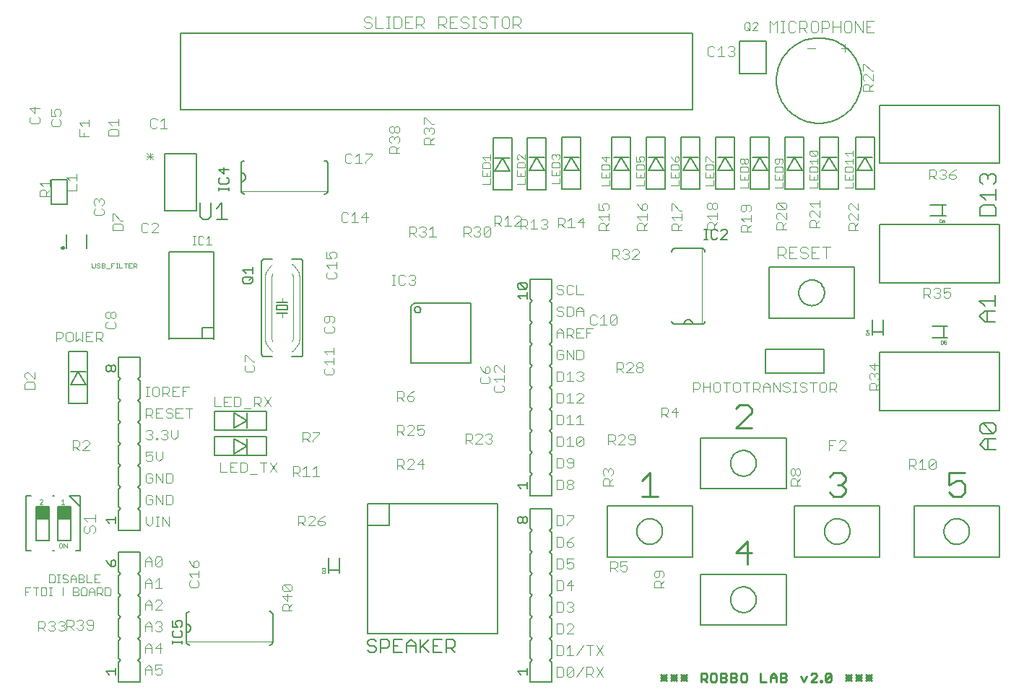
<source format=gto>
G75*
%MOIN*%
%OFA0B0*%
%FSLAX24Y24*%
%IPPOS*%
%LPD*%
%AMOC8*
5,1,8,0,0,1.08239X$1,22.5*
%
%ADD10C,0.0100*%
%ADD11C,0.0040*%
%ADD12C,0.0060*%
%ADD13C,0.0090*%
%ADD14C,0.0030*%
%ADD15C,0.0020*%
%ADD16C,0.0050*%
%ADD17C,0.0080*%
%ADD18R,0.0591X0.0591*%
%ADD19C,0.0079*%
%ADD20C,0.0010*%
D10*
X033384Y003126D02*
X033650Y003393D01*
X033517Y003393D02*
X033517Y003126D01*
X033650Y003126D02*
X033384Y003393D01*
X033384Y003259D02*
X033650Y003259D01*
X033844Y003259D02*
X034111Y003259D01*
X034111Y003126D02*
X033844Y003393D01*
X033977Y003393D02*
X033977Y003126D01*
X033844Y003126D02*
X034111Y003393D01*
X034304Y003393D02*
X034571Y003126D01*
X034438Y003126D02*
X034438Y003393D01*
X034571Y003393D02*
X034304Y003126D01*
X034304Y003259D02*
X034571Y003259D01*
X035225Y003193D02*
X035425Y003193D01*
X035492Y003259D01*
X035492Y003393D01*
X035425Y003459D01*
X035225Y003459D01*
X035225Y003059D01*
X035359Y003193D02*
X035492Y003059D01*
X035686Y003126D02*
X035752Y003059D01*
X035886Y003059D01*
X035952Y003126D01*
X035952Y003393D01*
X035886Y003459D01*
X035752Y003459D01*
X035686Y003393D01*
X035686Y003126D01*
X036146Y003059D02*
X036146Y003459D01*
X036346Y003459D01*
X036413Y003393D01*
X036413Y003326D01*
X036346Y003259D01*
X036146Y003259D01*
X036146Y003059D02*
X036346Y003059D01*
X036413Y003126D01*
X036413Y003193D01*
X036346Y003259D01*
X036606Y003259D02*
X036806Y003259D01*
X036873Y003193D01*
X036873Y003126D01*
X036806Y003059D01*
X036606Y003059D01*
X036606Y003459D01*
X036806Y003459D01*
X036873Y003393D01*
X036873Y003326D01*
X036806Y003259D01*
X037067Y003126D02*
X037133Y003059D01*
X037267Y003059D01*
X037334Y003126D01*
X037334Y003393D01*
X037267Y003459D01*
X037133Y003459D01*
X037067Y003393D01*
X037067Y003126D01*
X037987Y003059D02*
X038254Y003059D01*
X038448Y003059D02*
X038448Y003326D01*
X038581Y003459D01*
X038715Y003326D01*
X038715Y003059D01*
X038908Y003059D02*
X039108Y003059D01*
X039175Y003126D01*
X039175Y003193D01*
X039108Y003259D01*
X038908Y003259D01*
X038715Y003259D02*
X038448Y003259D01*
X038908Y003059D02*
X038908Y003459D01*
X039108Y003459D01*
X039175Y003393D01*
X039175Y003326D01*
X039108Y003259D01*
X039829Y003326D02*
X039962Y003059D01*
X040096Y003326D01*
X040289Y003393D02*
X040356Y003459D01*
X040490Y003459D01*
X040556Y003393D01*
X040556Y003326D01*
X040289Y003059D01*
X040556Y003059D01*
X040750Y003059D02*
X040817Y003059D01*
X040817Y003126D01*
X040750Y003126D01*
X040750Y003059D01*
X040980Y003126D02*
X041247Y003393D01*
X041247Y003126D01*
X041180Y003059D01*
X041047Y003059D01*
X040980Y003126D01*
X040980Y003393D01*
X041047Y003459D01*
X041180Y003459D01*
X041247Y003393D01*
X041901Y003393D02*
X042168Y003126D01*
X042168Y003259D02*
X041901Y003259D01*
X041901Y003126D02*
X042168Y003393D01*
X042034Y003393D02*
X042034Y003126D01*
X042361Y003126D02*
X042628Y003393D01*
X042495Y003393D02*
X042495Y003126D01*
X042628Y003126D02*
X042361Y003393D01*
X042361Y003259D02*
X042628Y003259D01*
X042822Y003259D02*
X043088Y003259D01*
X043088Y003126D02*
X042822Y003393D01*
X042955Y003393D02*
X042955Y003126D01*
X042822Y003126D02*
X043088Y003393D01*
X037987Y003459D02*
X037987Y003059D01*
D11*
X033518Y007430D02*
X033058Y007430D01*
X033058Y007661D01*
X033135Y007737D01*
X033288Y007737D01*
X033365Y007661D01*
X033365Y007430D01*
X033365Y007584D02*
X033518Y007737D01*
X033442Y007891D02*
X033518Y007967D01*
X033518Y008121D01*
X033442Y008198D01*
X033135Y008198D01*
X033058Y008121D01*
X033058Y007967D01*
X033135Y007891D01*
X033211Y007891D01*
X033288Y007967D01*
X033288Y008198D01*
X031820Y008257D02*
X031743Y008180D01*
X031589Y008180D01*
X031513Y008257D01*
X031513Y008411D02*
X031666Y008487D01*
X031743Y008487D01*
X031820Y008411D01*
X031820Y008257D01*
X031513Y008411D02*
X031513Y008641D01*
X031820Y008641D01*
X031359Y008564D02*
X031359Y008411D01*
X031283Y008334D01*
X031052Y008334D01*
X031052Y008180D02*
X031052Y008641D01*
X031283Y008641D01*
X031359Y008564D01*
X031206Y008334D02*
X031359Y008180D01*
X029330Y008375D02*
X029253Y008298D01*
X029099Y008298D01*
X029023Y008375D01*
X029023Y008529D02*
X029176Y008605D01*
X029253Y008605D01*
X029330Y008529D01*
X029330Y008375D01*
X029023Y008529D02*
X029023Y008759D01*
X029330Y008759D01*
X028869Y008682D02*
X028869Y008375D01*
X028792Y008298D01*
X028562Y008298D01*
X028562Y008759D01*
X028792Y008759D01*
X028869Y008682D01*
X028792Y009298D02*
X028562Y009298D01*
X028562Y009759D01*
X028792Y009759D01*
X028869Y009682D01*
X028869Y009375D01*
X028792Y009298D01*
X029023Y009375D02*
X029099Y009298D01*
X029253Y009298D01*
X029330Y009375D01*
X029330Y009452D01*
X029253Y009529D01*
X029023Y009529D01*
X029023Y009375D01*
X029023Y009529D02*
X029176Y009682D01*
X029330Y009759D01*
X029023Y010298D02*
X029023Y010375D01*
X029330Y010682D01*
X029330Y010759D01*
X029023Y010759D01*
X028869Y010682D02*
X028792Y010759D01*
X028562Y010759D01*
X028562Y010298D01*
X028792Y010298D01*
X028869Y010375D01*
X028869Y010682D01*
X028792Y011960D02*
X028562Y011960D01*
X028562Y012420D01*
X028792Y012420D01*
X028869Y012344D01*
X028869Y012037D01*
X028792Y011960D01*
X029023Y012037D02*
X029023Y012113D01*
X029099Y012190D01*
X029253Y012190D01*
X029330Y012113D01*
X029330Y012037D01*
X029253Y011960D01*
X029099Y011960D01*
X029023Y012037D01*
X029099Y012190D02*
X029023Y012267D01*
X029023Y012344D01*
X029099Y012420D01*
X029253Y012420D01*
X029330Y012344D01*
X029330Y012267D01*
X029253Y012190D01*
X029253Y012960D02*
X029330Y013037D01*
X029330Y013344D01*
X029253Y013420D01*
X029099Y013420D01*
X029023Y013344D01*
X029023Y013267D01*
X029099Y013190D01*
X029330Y013190D01*
X029253Y012960D02*
X029099Y012960D01*
X029023Y013037D01*
X028869Y013037D02*
X028869Y013344D01*
X028792Y013420D01*
X028562Y013420D01*
X028562Y012960D01*
X028792Y012960D01*
X028869Y013037D01*
X028792Y013960D02*
X028562Y013960D01*
X028562Y014420D01*
X028792Y014420D01*
X028869Y014344D01*
X028869Y014037D01*
X028792Y013960D01*
X029023Y013960D02*
X029330Y013960D01*
X029176Y013960D02*
X029176Y014420D01*
X029023Y014267D01*
X029483Y014344D02*
X029560Y014420D01*
X029713Y014420D01*
X029790Y014344D01*
X029483Y014037D01*
X029560Y013960D01*
X029713Y013960D01*
X029790Y014037D01*
X029790Y014344D01*
X029483Y014344D02*
X029483Y014037D01*
X029483Y014960D02*
X029790Y014960D01*
X029636Y014960D02*
X029636Y015420D01*
X029483Y015267D01*
X029176Y015420D02*
X029176Y014960D01*
X029023Y014960D02*
X029330Y014960D01*
X029023Y015267D02*
X029176Y015420D01*
X028869Y015344D02*
X028792Y015420D01*
X028562Y015420D01*
X028562Y014960D01*
X028792Y014960D01*
X028869Y015037D01*
X028869Y015344D01*
X028792Y015960D02*
X028562Y015960D01*
X028562Y016420D01*
X028792Y016420D01*
X028869Y016344D01*
X028869Y016037D01*
X028792Y015960D01*
X029023Y015960D02*
X029330Y015960D01*
X029483Y015960D02*
X029790Y016267D01*
X029790Y016344D01*
X029713Y016420D01*
X029560Y016420D01*
X029483Y016344D01*
X029176Y016420D02*
X029176Y015960D01*
X029483Y015960D02*
X029790Y015960D01*
X029176Y016420D02*
X029023Y016267D01*
X029023Y016960D02*
X029330Y016960D01*
X029176Y016960D02*
X029176Y017420D01*
X029023Y017267D01*
X028869Y017344D02*
X028792Y017420D01*
X028562Y017420D01*
X028562Y016960D01*
X028792Y016960D01*
X028869Y017037D01*
X028869Y017344D01*
X029483Y017344D02*
X029560Y017420D01*
X029713Y017420D01*
X029790Y017344D01*
X029790Y017267D01*
X029713Y017190D01*
X029790Y017113D01*
X029790Y017037D01*
X029713Y016960D01*
X029560Y016960D01*
X029483Y017037D01*
X029636Y017190D02*
X029713Y017190D01*
X029713Y017960D02*
X029483Y017960D01*
X029483Y018420D01*
X029713Y018420D01*
X029790Y018344D01*
X029790Y018037D01*
X029713Y017960D01*
X029330Y017960D02*
X029330Y018420D01*
X029023Y018420D02*
X029023Y017960D01*
X028869Y018037D02*
X028869Y018190D01*
X028716Y018190D01*
X028869Y018037D02*
X028792Y017960D01*
X028639Y017960D01*
X028562Y018037D01*
X028562Y018344D01*
X028639Y018420D01*
X028792Y018420D01*
X028869Y018344D01*
X029023Y018420D02*
X029330Y017960D01*
X029330Y018960D02*
X029176Y019113D01*
X029253Y019113D02*
X029023Y019113D01*
X029023Y018960D02*
X029023Y019420D01*
X029253Y019420D01*
X029330Y019344D01*
X029330Y019190D01*
X029253Y019113D01*
X029483Y019190D02*
X029636Y019190D01*
X029483Y018960D02*
X029790Y018960D01*
X029943Y018960D02*
X029943Y019420D01*
X030250Y019420D01*
X030196Y019567D02*
X030350Y019567D01*
X030427Y019644D01*
X030580Y019567D02*
X030887Y019567D01*
X030734Y019567D02*
X030734Y020027D01*
X030580Y019874D01*
X030427Y019951D02*
X030350Y020027D01*
X030196Y020027D01*
X030120Y019951D01*
X030120Y019644D01*
X030196Y019567D01*
X030097Y019190D02*
X029943Y019190D01*
X029790Y019420D02*
X029483Y019420D01*
X029483Y018960D01*
X028869Y018960D02*
X028869Y019267D01*
X028716Y019420D01*
X028562Y019267D01*
X028562Y018960D01*
X028562Y019190D02*
X028869Y019190D01*
X028792Y019960D02*
X028639Y019960D01*
X028562Y020037D01*
X028639Y020190D02*
X028562Y020267D01*
X028562Y020344D01*
X028639Y020420D01*
X028792Y020420D01*
X028869Y020344D01*
X029023Y020420D02*
X029023Y019960D01*
X029253Y019960D01*
X029330Y020037D01*
X029330Y020344D01*
X029253Y020420D01*
X029023Y020420D01*
X028792Y020190D02*
X028869Y020113D01*
X028869Y020037D01*
X028792Y019960D01*
X028792Y020190D02*
X028639Y020190D01*
X029483Y020190D02*
X029790Y020190D01*
X029790Y020267D02*
X029790Y019960D01*
X029790Y020267D02*
X029636Y020420D01*
X029483Y020267D01*
X029483Y019960D01*
X029483Y020960D02*
X029790Y020960D01*
X029483Y020960D02*
X029483Y021420D01*
X029330Y021344D02*
X029253Y021420D01*
X029099Y021420D01*
X029023Y021344D01*
X029023Y021037D01*
X029099Y020960D01*
X029253Y020960D01*
X029330Y021037D01*
X028869Y021037D02*
X028792Y020960D01*
X028639Y020960D01*
X028562Y021037D01*
X028639Y021190D02*
X028562Y021267D01*
X028562Y021344D01*
X028639Y021420D01*
X028792Y021420D01*
X028869Y021344D01*
X028792Y021190D02*
X028869Y021113D01*
X028869Y021037D01*
X028792Y021190D02*
X028639Y021190D01*
X031041Y019951D02*
X031117Y020027D01*
X031271Y020027D01*
X031347Y019951D01*
X031041Y019644D01*
X031117Y019567D01*
X031271Y019567D01*
X031347Y019644D01*
X031347Y019951D01*
X031041Y019951D02*
X031041Y019644D01*
X031324Y017830D02*
X031555Y017830D01*
X031631Y017753D01*
X031631Y017600D01*
X031555Y017523D01*
X031324Y017523D01*
X031324Y017370D02*
X031324Y017830D01*
X031478Y017523D02*
X031631Y017370D01*
X031785Y017370D02*
X032092Y017677D01*
X032092Y017753D01*
X032015Y017830D01*
X031861Y017830D01*
X031785Y017753D01*
X031785Y017370D02*
X032092Y017370D01*
X032245Y017446D02*
X032245Y017523D01*
X032322Y017600D01*
X032475Y017600D01*
X032552Y017523D01*
X032552Y017446D01*
X032475Y017370D01*
X032322Y017370D01*
X032245Y017446D01*
X032322Y017600D02*
X032245Y017677D01*
X032245Y017753D01*
X032322Y017830D01*
X032475Y017830D01*
X032552Y017753D01*
X032552Y017677D01*
X032475Y017600D01*
X033395Y015755D02*
X033625Y015755D01*
X033702Y015678D01*
X033702Y015525D01*
X033625Y015448D01*
X033395Y015448D01*
X033548Y015448D02*
X033702Y015294D01*
X033855Y015525D02*
X034162Y015525D01*
X034085Y015755D02*
X033855Y015525D01*
X034085Y015294D02*
X034085Y015755D01*
X033395Y015755D02*
X033395Y015294D01*
X032181Y014423D02*
X032181Y014116D01*
X032104Y014039D01*
X031951Y014039D01*
X031874Y014116D01*
X031951Y014270D02*
X032181Y014270D01*
X032181Y014423D02*
X032104Y014500D01*
X031951Y014500D01*
X031874Y014423D01*
X031874Y014346D01*
X031951Y014270D01*
X031720Y014346D02*
X031720Y014423D01*
X031644Y014500D01*
X031490Y014500D01*
X031413Y014423D01*
X031260Y014423D02*
X031260Y014270D01*
X031183Y014193D01*
X030953Y014193D01*
X031107Y014193D02*
X031260Y014039D01*
X031413Y014039D02*
X031720Y014346D01*
X031720Y014039D02*
X031413Y014039D01*
X031260Y014423D02*
X031183Y014500D01*
X030953Y014500D01*
X030953Y014039D01*
X031003Y012922D02*
X031079Y012922D01*
X031156Y012845D01*
X031156Y012692D01*
X031079Y012615D01*
X031156Y012462D02*
X031003Y012308D01*
X031003Y012385D02*
X031003Y012155D01*
X031156Y012155D02*
X030696Y012155D01*
X030696Y012385D01*
X030772Y012462D01*
X030926Y012462D01*
X031003Y012385D01*
X030772Y012615D02*
X030696Y012692D01*
X030696Y012845D01*
X030772Y012922D01*
X030849Y012922D01*
X030926Y012845D01*
X031003Y012922D01*
X030926Y012845D02*
X030926Y012769D01*
X034877Y016460D02*
X034877Y016920D01*
X035107Y016920D01*
X035184Y016844D01*
X035184Y016690D01*
X035107Y016613D01*
X034877Y016613D01*
X035337Y016690D02*
X035644Y016690D01*
X035797Y016537D02*
X035874Y016460D01*
X036028Y016460D01*
X036104Y016537D01*
X036104Y016844D01*
X036028Y016920D01*
X035874Y016920D01*
X035797Y016844D01*
X035797Y016537D01*
X035644Y016460D02*
X035644Y016920D01*
X035337Y016920D02*
X035337Y016460D01*
X036258Y016920D02*
X036565Y016920D01*
X036411Y016920D02*
X036411Y016460D01*
X036718Y016537D02*
X036795Y016460D01*
X036948Y016460D01*
X037025Y016537D01*
X037025Y016844D01*
X036948Y016920D01*
X036795Y016920D01*
X036718Y016844D01*
X036718Y016537D01*
X037179Y016920D02*
X037486Y016920D01*
X037639Y016920D02*
X037869Y016920D01*
X037946Y016844D01*
X037946Y016690D01*
X037869Y016613D01*
X037639Y016613D01*
X037639Y016460D02*
X037639Y016920D01*
X037332Y016920D02*
X037332Y016460D01*
X037793Y016613D02*
X037946Y016460D01*
X038099Y016460D02*
X038099Y016767D01*
X038253Y016920D01*
X038406Y016767D01*
X038406Y016460D01*
X038560Y016460D02*
X038560Y016920D01*
X038867Y016460D01*
X038867Y016920D01*
X039020Y016844D02*
X039020Y016767D01*
X039097Y016690D01*
X039250Y016690D01*
X039327Y016613D01*
X039327Y016537D01*
X039250Y016460D01*
X039097Y016460D01*
X039020Y016537D01*
X039020Y016844D02*
X039097Y016920D01*
X039250Y016920D01*
X039327Y016844D01*
X039481Y016920D02*
X039634Y016920D01*
X039557Y016920D02*
X039557Y016460D01*
X039481Y016460D02*
X039634Y016460D01*
X039788Y016537D02*
X039864Y016460D01*
X040018Y016460D01*
X040094Y016537D01*
X040094Y016613D01*
X040018Y016690D01*
X039864Y016690D01*
X039788Y016767D01*
X039788Y016844D01*
X039864Y016920D01*
X040018Y016920D01*
X040094Y016844D01*
X040248Y016920D02*
X040555Y016920D01*
X040401Y016920D02*
X040401Y016460D01*
X040708Y016537D02*
X040785Y016460D01*
X040939Y016460D01*
X041015Y016537D01*
X041015Y016844D01*
X040939Y016920D01*
X040785Y016920D01*
X040708Y016844D01*
X040708Y016537D01*
X041169Y016613D02*
X041399Y016613D01*
X041476Y016690D01*
X041476Y016844D01*
X041399Y016920D01*
X041169Y016920D01*
X041169Y016460D01*
X041322Y016613D02*
X041476Y016460D01*
X042999Y016566D02*
X042999Y016796D01*
X043076Y016873D01*
X043229Y016873D01*
X043306Y016796D01*
X043306Y016566D01*
X043459Y016566D02*
X042999Y016566D01*
X043306Y016720D02*
X043459Y016873D01*
X043382Y017027D02*
X043459Y017103D01*
X043459Y017257D01*
X043382Y017333D01*
X043306Y017333D01*
X043229Y017257D01*
X043229Y017180D01*
X043229Y017257D02*
X043152Y017333D01*
X043076Y017333D01*
X042999Y017257D01*
X042999Y017103D01*
X043076Y017027D01*
X043229Y017487D02*
X043229Y017794D01*
X043459Y017717D02*
X042999Y017717D01*
X043229Y017487D01*
X041836Y014227D02*
X041682Y014227D01*
X041606Y014151D01*
X041452Y014227D02*
X041145Y014227D01*
X041145Y013767D01*
X041145Y013997D02*
X041299Y013997D01*
X041606Y013767D02*
X041913Y014074D01*
X041913Y014151D01*
X041836Y014227D01*
X041913Y013767D02*
X041606Y013767D01*
X039817Y012845D02*
X039817Y012692D01*
X039741Y012615D01*
X039664Y012615D01*
X039587Y012692D01*
X039587Y012845D01*
X039664Y012922D01*
X039741Y012922D01*
X039817Y012845D01*
X039587Y012845D02*
X039511Y012922D01*
X039434Y012922D01*
X039357Y012845D01*
X039357Y012692D01*
X039434Y012615D01*
X039511Y012615D01*
X039587Y012692D01*
X039587Y012462D02*
X039434Y012462D01*
X039357Y012385D01*
X039357Y012155D01*
X039817Y012155D01*
X039664Y012155D02*
X039664Y012385D01*
X039587Y012462D01*
X039664Y012308D02*
X039817Y012462D01*
X044832Y012905D02*
X044832Y013365D01*
X045062Y013365D01*
X045139Y013288D01*
X045139Y013135D01*
X045062Y013058D01*
X044832Y013058D01*
X044985Y013058D02*
X045139Y012905D01*
X045292Y012905D02*
X045599Y012905D01*
X045446Y012905D02*
X045446Y013365D01*
X045292Y013212D01*
X045753Y013288D02*
X045829Y013365D01*
X045983Y013365D01*
X046060Y013288D01*
X045753Y012981D01*
X045829Y012905D01*
X045983Y012905D01*
X046060Y012981D01*
X046060Y013288D01*
X045753Y013288D02*
X045753Y012981D01*
X038406Y016690D02*
X038099Y016690D01*
X045503Y020814D02*
X045503Y021275D01*
X045733Y021275D01*
X045810Y021198D01*
X045810Y021044D01*
X045733Y020968D01*
X045503Y020968D01*
X045657Y020968D02*
X045810Y020814D01*
X045964Y020891D02*
X046040Y020814D01*
X046194Y020814D01*
X046270Y020891D01*
X046270Y020968D01*
X046194Y021044D01*
X046117Y021044D01*
X046194Y021044D02*
X046270Y021121D01*
X046270Y021198D01*
X046194Y021275D01*
X046040Y021275D01*
X045964Y021198D01*
X046424Y021275D02*
X046424Y021044D01*
X046577Y021121D01*
X046654Y021121D01*
X046731Y021044D01*
X046731Y020891D01*
X046654Y020814D01*
X046501Y020814D01*
X046424Y020891D01*
X046424Y021275D02*
X046731Y021275D01*
X042487Y023954D02*
X042027Y023954D01*
X042027Y024184D01*
X042103Y024261D01*
X042257Y024261D01*
X042334Y024184D01*
X042334Y023954D01*
X042334Y024107D02*
X042487Y024261D01*
X042487Y024414D02*
X042180Y024721D01*
X042103Y024721D01*
X042027Y024644D01*
X042027Y024491D01*
X042103Y024414D01*
X042487Y024414D02*
X042487Y024721D01*
X042487Y024875D02*
X042180Y025181D01*
X042103Y025181D01*
X042027Y025105D01*
X042027Y024951D01*
X042103Y024875D01*
X042487Y024875D02*
X042487Y025181D01*
X040697Y025158D02*
X040237Y025158D01*
X040390Y025005D01*
X040390Y024851D02*
X040313Y024851D01*
X040237Y024774D01*
X040237Y024621D01*
X040313Y024544D01*
X040313Y024391D02*
X040467Y024391D01*
X040544Y024314D01*
X040544Y024084D01*
X040697Y024084D02*
X040237Y024084D01*
X040237Y024314D01*
X040313Y024391D01*
X040544Y024237D02*
X040697Y024391D01*
X040697Y024544D02*
X040390Y024851D01*
X040697Y024851D02*
X040697Y024544D01*
X040697Y025005D02*
X040697Y025311D01*
X039167Y025135D02*
X039167Y024981D01*
X039090Y024905D01*
X038783Y025211D01*
X039090Y025211D01*
X039167Y025135D01*
X039090Y024905D02*
X038783Y024905D01*
X038707Y024981D01*
X038707Y025135D01*
X038783Y025211D01*
X038783Y024751D02*
X038707Y024674D01*
X038707Y024521D01*
X038783Y024444D01*
X038783Y024291D02*
X038937Y024291D01*
X039014Y024214D01*
X039014Y023984D01*
X039167Y023984D02*
X038707Y023984D01*
X038707Y024214D01*
X038783Y024291D01*
X039014Y024137D02*
X039167Y024291D01*
X039167Y024444D02*
X038860Y024751D01*
X038783Y024751D01*
X039167Y024751D02*
X039167Y024444D01*
X037537Y024488D02*
X037077Y024488D01*
X037230Y024334D01*
X037153Y024181D02*
X037307Y024181D01*
X037384Y024104D01*
X037384Y023874D01*
X037537Y023874D02*
X037077Y023874D01*
X037077Y024104D01*
X037153Y024181D01*
X037384Y024027D02*
X037537Y024181D01*
X037537Y024334D02*
X037537Y024641D01*
X037460Y024795D02*
X037537Y024871D01*
X037537Y025025D01*
X037460Y025101D01*
X037153Y025101D01*
X037077Y025025D01*
X037077Y024871D01*
X037153Y024795D01*
X037230Y024795D01*
X037307Y024871D01*
X037307Y025101D01*
X035977Y025135D02*
X035977Y024981D01*
X035900Y024905D01*
X035824Y024905D01*
X035747Y024981D01*
X035747Y025135D01*
X035824Y025211D01*
X035900Y025211D01*
X035977Y025135D01*
X035747Y025135D02*
X035670Y025211D01*
X035593Y025211D01*
X035517Y025135D01*
X035517Y024981D01*
X035593Y024905D01*
X035670Y024905D01*
X035747Y024981D01*
X035977Y024751D02*
X035977Y024444D01*
X035977Y024291D02*
X035824Y024137D01*
X035824Y024214D02*
X035824Y023984D01*
X035977Y023984D02*
X035517Y023984D01*
X035517Y024214D01*
X035593Y024291D01*
X035747Y024291D01*
X035824Y024214D01*
X035670Y024444D02*
X035517Y024598D01*
X035977Y024598D01*
X034327Y024548D02*
X033867Y024548D01*
X034020Y024394D01*
X033943Y024241D02*
X034097Y024241D01*
X034174Y024164D01*
X034174Y023934D01*
X034327Y023934D02*
X033867Y023934D01*
X033867Y024164D01*
X033943Y024241D01*
X034174Y024087D02*
X034327Y024241D01*
X034327Y024394D02*
X034327Y024701D01*
X034327Y024855D02*
X034250Y024855D01*
X033943Y025161D01*
X033867Y025161D01*
X033867Y024855D01*
X032747Y024951D02*
X032747Y025105D01*
X032670Y025181D01*
X032594Y025181D01*
X032517Y025105D01*
X032517Y024875D01*
X032670Y024875D01*
X032747Y024951D01*
X032747Y024721D02*
X032747Y024414D01*
X032747Y024261D02*
X032594Y024107D01*
X032594Y024184D02*
X032594Y023954D01*
X032747Y023954D02*
X032287Y023954D01*
X032287Y024184D01*
X032363Y024261D01*
X032517Y024261D01*
X032594Y024184D01*
X032440Y024414D02*
X032287Y024568D01*
X032747Y024568D01*
X032517Y024875D02*
X032363Y025028D01*
X032287Y025181D01*
X030977Y025105D02*
X030977Y024951D01*
X030900Y024875D01*
X030747Y024875D02*
X030670Y025028D01*
X030670Y025105D01*
X030747Y025181D01*
X030900Y025181D01*
X030977Y025105D01*
X030747Y024875D02*
X030517Y024875D01*
X030517Y025181D01*
X030977Y024721D02*
X030977Y024414D01*
X030977Y024261D02*
X030824Y024107D01*
X030824Y024184D02*
X030824Y023954D01*
X030977Y023954D02*
X030517Y023954D01*
X030517Y024184D01*
X030593Y024261D01*
X030747Y024261D01*
X030824Y024184D01*
X030670Y024414D02*
X030517Y024568D01*
X030977Y024568D01*
X029850Y024290D02*
X029543Y024290D01*
X029773Y024520D01*
X029773Y024060D01*
X029390Y024060D02*
X029083Y024060D01*
X029236Y024060D02*
X029236Y024520D01*
X029083Y024367D01*
X028929Y024444D02*
X028929Y024290D01*
X028853Y024213D01*
X028622Y024213D01*
X028622Y024060D02*
X028622Y024520D01*
X028853Y024520D01*
X028929Y024444D01*
X028776Y024213D02*
X028929Y024060D01*
X028134Y024067D02*
X028057Y023990D01*
X027904Y023990D01*
X027827Y024067D01*
X027673Y023990D02*
X027367Y023990D01*
X027520Y023990D02*
X027520Y024451D01*
X027367Y024297D01*
X027213Y024221D02*
X027136Y024144D01*
X026906Y024144D01*
X026924Y024130D02*
X026617Y024130D01*
X026924Y024437D01*
X026924Y024514D01*
X026847Y024591D01*
X026694Y024591D01*
X026617Y024514D01*
X026906Y024451D02*
X027136Y024451D01*
X027213Y024374D01*
X027213Y024221D01*
X027060Y024144D02*
X027213Y023990D01*
X026906Y023990D02*
X026906Y024451D01*
X026463Y024130D02*
X026156Y024130D01*
X026003Y024130D02*
X025850Y024284D01*
X025926Y024284D02*
X025696Y024284D01*
X025696Y024130D02*
X025696Y024591D01*
X025926Y024591D01*
X026003Y024514D01*
X026003Y024361D01*
X025926Y024284D01*
X026156Y024437D02*
X026310Y024591D01*
X026310Y024130D01*
X025508Y024036D02*
X025508Y023729D01*
X025432Y023653D01*
X025278Y023653D01*
X025201Y023729D01*
X025508Y024036D01*
X025432Y024113D01*
X025278Y024113D01*
X025201Y024036D01*
X025201Y023729D01*
X025048Y023729D02*
X024971Y023653D01*
X024818Y023653D01*
X024741Y023729D01*
X024588Y023653D02*
X024434Y023806D01*
X024511Y023806D02*
X024281Y023806D01*
X024281Y023653D02*
X024281Y024113D01*
X024511Y024113D01*
X024588Y024036D01*
X024588Y023883D01*
X024511Y023806D01*
X024741Y024036D02*
X024818Y024113D01*
X024971Y024113D01*
X025048Y024036D01*
X025048Y023960D01*
X024971Y023883D01*
X025048Y023806D01*
X025048Y023729D01*
X024971Y023883D02*
X024895Y023883D01*
X022989Y023653D02*
X022682Y023653D01*
X022835Y023653D02*
X022835Y024113D01*
X022682Y023960D01*
X022528Y023960D02*
X022452Y023883D01*
X022528Y023806D01*
X022528Y023729D01*
X022452Y023653D01*
X022298Y023653D01*
X022221Y023729D01*
X022068Y023653D02*
X021914Y023806D01*
X021991Y023806D02*
X021761Y023806D01*
X021761Y023653D02*
X021761Y024113D01*
X021991Y024113D01*
X022068Y024036D01*
X022068Y023883D01*
X021991Y023806D01*
X022221Y024036D02*
X022298Y024113D01*
X022452Y024113D01*
X022528Y024036D01*
X022528Y023960D01*
X022452Y023883D02*
X022375Y023883D01*
X021962Y021873D02*
X021808Y021873D01*
X021732Y021796D01*
X021578Y021796D02*
X021501Y021873D01*
X021348Y021873D01*
X021271Y021796D01*
X021271Y021489D01*
X021348Y021413D01*
X021501Y021413D01*
X021578Y021489D01*
X021732Y021489D02*
X021808Y021413D01*
X021962Y021413D01*
X022039Y021489D01*
X022039Y021566D01*
X021962Y021643D01*
X021885Y021643D01*
X021962Y021643D02*
X022039Y021720D01*
X022039Y021796D01*
X021962Y021873D01*
X021118Y021873D02*
X020964Y021873D01*
X021041Y021873D02*
X021041Y021413D01*
X020964Y021413D02*
X021118Y021413D01*
X018389Y021786D02*
X018389Y021940D01*
X018313Y022016D01*
X018389Y022170D02*
X018389Y022477D01*
X018389Y022323D02*
X017929Y022323D01*
X018082Y022170D01*
X018006Y022016D02*
X017929Y021940D01*
X017929Y021786D01*
X018006Y021709D01*
X018313Y021709D01*
X018389Y021786D01*
X018313Y022630D02*
X018389Y022707D01*
X018389Y022860D01*
X018313Y022937D01*
X018159Y022937D01*
X018082Y022860D01*
X018082Y022784D01*
X018159Y022630D01*
X017929Y022630D01*
X017929Y022937D01*
X018704Y024302D02*
X018858Y024302D01*
X018934Y024379D01*
X019088Y024302D02*
X019395Y024302D01*
X019241Y024302D02*
X019241Y024763D01*
X019088Y024609D01*
X018934Y024686D02*
X018858Y024763D01*
X018704Y024763D01*
X018628Y024686D01*
X018628Y024379D01*
X018704Y024302D01*
X019548Y024533D02*
X019855Y024533D01*
X019779Y024763D02*
X019779Y024302D01*
X019548Y024533D02*
X019779Y024763D01*
X019735Y027023D02*
X019735Y027100D01*
X020042Y027406D01*
X020042Y027483D01*
X019735Y027483D01*
X019428Y027483D02*
X019428Y027023D01*
X019275Y027023D02*
X019581Y027023D01*
X019275Y027330D02*
X019428Y027483D01*
X019121Y027406D02*
X019044Y027483D01*
X018891Y027483D01*
X018814Y027406D01*
X018814Y027100D01*
X018891Y027023D01*
X019044Y027023D01*
X019121Y027100D01*
X020853Y027509D02*
X020853Y027739D01*
X020930Y027816D01*
X021083Y027816D01*
X021160Y027739D01*
X021160Y027509D01*
X021160Y027663D02*
X021314Y027816D01*
X021237Y027969D02*
X021314Y028046D01*
X021314Y028200D01*
X021237Y028276D01*
X021160Y028276D01*
X021083Y028200D01*
X021083Y028123D01*
X021083Y028200D02*
X021007Y028276D01*
X020930Y028276D01*
X020853Y028200D01*
X020853Y028046D01*
X020930Y027969D01*
X020930Y028430D02*
X021007Y028430D01*
X021083Y028507D01*
X021083Y028660D01*
X021160Y028737D01*
X021237Y028737D01*
X021314Y028660D01*
X021314Y028507D01*
X021237Y028430D01*
X021160Y028430D01*
X021083Y028507D01*
X021083Y028660D02*
X021007Y028737D01*
X020930Y028737D01*
X020853Y028660D01*
X020853Y028507D01*
X020930Y028430D01*
X020853Y027509D02*
X021314Y027509D01*
X022428Y027903D02*
X022428Y028133D01*
X022505Y028210D01*
X022658Y028210D01*
X022735Y028133D01*
X022735Y027903D01*
X022735Y028056D02*
X022888Y028210D01*
X022812Y028363D02*
X022888Y028440D01*
X022888Y028593D01*
X022812Y028670D01*
X022735Y028670D01*
X022658Y028593D01*
X022658Y028517D01*
X022658Y028593D02*
X022581Y028670D01*
X022505Y028670D01*
X022428Y028593D01*
X022428Y028440D01*
X022505Y028363D01*
X022428Y028824D02*
X022428Y029130D01*
X022505Y029130D01*
X022812Y028824D01*
X022888Y028824D01*
X022888Y027903D02*
X022428Y027903D01*
X027827Y024374D02*
X027904Y024451D01*
X028057Y024451D01*
X028134Y024374D01*
X028134Y024297D01*
X028057Y024221D01*
X028134Y024144D01*
X028134Y024067D01*
X028057Y024221D02*
X027980Y024221D01*
X031131Y023063D02*
X031131Y022603D01*
X031131Y022756D02*
X031361Y022756D01*
X031438Y022833D01*
X031438Y022986D01*
X031361Y023063D01*
X031131Y023063D01*
X031284Y022756D02*
X031438Y022603D01*
X031591Y022679D02*
X031668Y022603D01*
X031821Y022603D01*
X031898Y022679D01*
X031898Y022756D01*
X031821Y022833D01*
X031745Y022833D01*
X031821Y022833D02*
X031898Y022909D01*
X031898Y022986D01*
X031821Y023063D01*
X031668Y023063D01*
X031591Y022986D01*
X032052Y022986D02*
X032128Y023063D01*
X032282Y023063D01*
X032359Y022986D01*
X032359Y022909D01*
X032052Y022603D01*
X032359Y022603D01*
X038783Y022641D02*
X038783Y023161D01*
X039043Y023161D01*
X039130Y023075D01*
X039130Y022901D01*
X039043Y022814D01*
X038783Y022814D01*
X038956Y022814D02*
X039130Y022641D01*
X039298Y022641D02*
X039645Y022641D01*
X039814Y022728D02*
X039901Y022641D01*
X040074Y022641D01*
X040161Y022728D01*
X040161Y022814D01*
X040074Y022901D01*
X039901Y022901D01*
X039814Y022988D01*
X039814Y023075D01*
X039901Y023161D01*
X040074Y023161D01*
X040161Y023075D01*
X040330Y023161D02*
X040330Y022641D01*
X040677Y022641D01*
X040503Y022901D02*
X040330Y022901D01*
X040330Y023161D02*
X040677Y023161D01*
X040845Y023161D02*
X041192Y023161D01*
X041019Y023161D02*
X041019Y022641D01*
X039645Y023161D02*
X039298Y023161D01*
X039298Y022641D01*
X039298Y022901D02*
X039472Y022901D01*
X045763Y026291D02*
X045763Y026751D01*
X045993Y026751D01*
X046070Y026674D01*
X046070Y026521D01*
X045993Y026444D01*
X045763Y026444D01*
X045916Y026444D02*
X046070Y026291D01*
X046223Y026367D02*
X046300Y026291D01*
X046454Y026291D01*
X046530Y026367D01*
X046530Y026444D01*
X046454Y026521D01*
X046377Y026521D01*
X046454Y026521D02*
X046530Y026597D01*
X046530Y026674D01*
X046454Y026751D01*
X046300Y026751D01*
X046223Y026674D01*
X046684Y026521D02*
X046914Y026521D01*
X046991Y026444D01*
X046991Y026367D01*
X046914Y026291D01*
X046761Y026291D01*
X046684Y026367D01*
X046684Y026521D01*
X046837Y026674D01*
X046991Y026751D01*
X043169Y030368D02*
X042709Y030368D01*
X042709Y030598D01*
X042786Y030675D01*
X042939Y030675D01*
X043016Y030598D01*
X043016Y030368D01*
X043016Y030522D02*
X043169Y030675D01*
X043169Y030829D02*
X042862Y031135D01*
X042786Y031135D01*
X042709Y031059D01*
X042709Y030905D01*
X042786Y030829D01*
X043169Y030829D02*
X043169Y031135D01*
X043169Y031289D02*
X043093Y031289D01*
X042786Y031596D01*
X042709Y031596D01*
X042709Y031289D01*
X041865Y032177D02*
X041865Y032523D01*
X041692Y032350D02*
X042039Y032350D01*
X042095Y033086D02*
X041921Y033086D01*
X041834Y033173D01*
X041834Y033520D01*
X041921Y033606D01*
X042095Y033606D01*
X042181Y033520D01*
X042181Y033173D01*
X042095Y033086D01*
X042350Y033086D02*
X042350Y033606D01*
X042697Y033086D01*
X042697Y033606D01*
X042866Y033606D02*
X042866Y033086D01*
X043213Y033086D01*
X043039Y033346D02*
X042866Y033346D01*
X042866Y033606D02*
X043213Y033606D01*
X041666Y033606D02*
X041666Y033086D01*
X041666Y033346D02*
X041319Y033346D01*
X041150Y033346D02*
X041063Y033259D01*
X040803Y033259D01*
X040803Y033086D02*
X040803Y033606D01*
X041063Y033606D01*
X041150Y033520D01*
X041150Y033346D01*
X041319Y033086D02*
X041319Y033606D01*
X040634Y033520D02*
X040634Y033173D01*
X040548Y033086D01*
X040374Y033086D01*
X040288Y033173D01*
X040288Y033520D01*
X040374Y033606D01*
X040548Y033606D01*
X040634Y033520D01*
X040119Y033520D02*
X040119Y033346D01*
X040032Y033259D01*
X039772Y033259D01*
X039772Y033086D02*
X039772Y033606D01*
X040032Y033606D01*
X040119Y033520D01*
X039945Y033259D02*
X040119Y033086D01*
X039603Y033173D02*
X039516Y033086D01*
X039343Y033086D01*
X039256Y033173D01*
X039256Y033520D01*
X039343Y033606D01*
X039516Y033606D01*
X039603Y033520D01*
X039086Y033606D02*
X038912Y033606D01*
X038999Y033606D02*
X038999Y033086D01*
X038912Y033086D02*
X039086Y033086D01*
X038744Y033086D02*
X038744Y033606D01*
X038570Y033433D01*
X038397Y033606D01*
X038397Y033086D01*
X036773Y032361D02*
X036773Y032284D01*
X036697Y032207D01*
X036773Y032130D01*
X036773Y032054D01*
X036697Y031977D01*
X036543Y031977D01*
X036467Y032054D01*
X036313Y031977D02*
X036006Y031977D01*
X036160Y031977D02*
X036160Y032437D01*
X036006Y032284D01*
X035853Y032361D02*
X035776Y032437D01*
X035622Y032437D01*
X035546Y032361D01*
X035546Y032054D01*
X035622Y031977D01*
X035776Y031977D01*
X035853Y032054D01*
X036467Y032361D02*
X036543Y032437D01*
X036697Y032437D01*
X036773Y032361D01*
X036697Y032207D02*
X036620Y032207D01*
X040145Y032350D02*
X040492Y032350D01*
X026899Y033275D02*
X026725Y033448D01*
X026812Y033448D02*
X026552Y033448D01*
X026552Y033275D02*
X026552Y033795D01*
X026812Y033795D01*
X026899Y033709D01*
X026899Y033535D01*
X026812Y033448D01*
X026383Y033362D02*
X026296Y033275D01*
X026123Y033275D01*
X026036Y033362D01*
X026036Y033709D01*
X026123Y033795D01*
X026296Y033795D01*
X026383Y033709D01*
X026383Y033362D01*
X025867Y033795D02*
X025520Y033795D01*
X025694Y033795D02*
X025694Y033275D01*
X025352Y033362D02*
X025265Y033275D01*
X025091Y033275D01*
X025005Y033362D01*
X024834Y033275D02*
X024661Y033275D01*
X024748Y033275D02*
X024748Y033795D01*
X024834Y033795D02*
X024661Y033795D01*
X024492Y033709D02*
X024405Y033795D01*
X024232Y033795D01*
X024145Y033709D01*
X024145Y033622D01*
X024232Y033535D01*
X024405Y033535D01*
X024492Y033448D01*
X024492Y033362D01*
X024405Y033275D01*
X024232Y033275D01*
X024145Y033362D01*
X023977Y033275D02*
X023630Y033275D01*
X023630Y033795D01*
X023977Y033795D01*
X023803Y033535D02*
X023630Y033535D01*
X023461Y033535D02*
X023374Y033448D01*
X023114Y033448D01*
X023114Y033275D02*
X023114Y033795D01*
X023374Y033795D01*
X023461Y033709D01*
X023461Y033535D01*
X023287Y033448D02*
X023461Y033275D01*
X022430Y033275D02*
X022256Y033448D01*
X022343Y033448D02*
X022083Y033448D01*
X022083Y033275D02*
X022083Y033795D01*
X022343Y033795D01*
X022430Y033709D01*
X022430Y033535D01*
X022343Y033448D01*
X021914Y033275D02*
X021567Y033275D01*
X021567Y033795D01*
X021914Y033795D01*
X021741Y033535D02*
X021567Y033535D01*
X021398Y033362D02*
X021398Y033709D01*
X021312Y033795D01*
X021051Y033795D01*
X021051Y033275D01*
X021312Y033275D01*
X021398Y033362D01*
X020881Y033275D02*
X020708Y033275D01*
X020794Y033275D02*
X020794Y033795D01*
X020708Y033795D02*
X020881Y033795D01*
X020539Y033275D02*
X020192Y033275D01*
X020192Y033795D01*
X020023Y033709D02*
X019937Y033795D01*
X019763Y033795D01*
X019676Y033709D01*
X019676Y033622D01*
X019763Y033535D01*
X019937Y033535D01*
X020023Y033448D01*
X020023Y033362D01*
X019937Y033275D01*
X019763Y033275D01*
X019676Y033362D01*
X025005Y033622D02*
X025091Y033535D01*
X025265Y033535D01*
X025352Y033448D01*
X025352Y033362D01*
X025352Y033709D02*
X025265Y033795D01*
X025091Y033795D01*
X025005Y033709D01*
X025005Y033622D01*
X010585Y028653D02*
X010279Y028653D01*
X010432Y028653D02*
X010432Y029113D01*
X010279Y028960D01*
X010125Y029036D02*
X010048Y029113D01*
X009895Y029113D01*
X009818Y029036D01*
X009818Y028729D01*
X009895Y028653D01*
X010048Y028653D01*
X010125Y028729D01*
X008347Y028769D02*
X008347Y029076D01*
X008347Y028922D02*
X007887Y028922D01*
X008040Y028769D01*
X007963Y028615D02*
X007887Y028538D01*
X007887Y028308D01*
X008347Y028308D01*
X008347Y028538D01*
X008270Y028615D01*
X007963Y028615D01*
X006983Y028743D02*
X006983Y029050D01*
X006983Y028897D02*
X006522Y028897D01*
X006676Y028743D01*
X006522Y028590D02*
X006522Y028283D01*
X006983Y028283D01*
X006753Y028283D02*
X006753Y028436D01*
X005684Y028832D02*
X005684Y028985D01*
X005607Y029062D01*
X005607Y029216D02*
X005684Y029292D01*
X005684Y029446D01*
X005607Y029522D01*
X005453Y029522D01*
X005377Y029446D01*
X005377Y029369D01*
X005453Y029216D01*
X005223Y029216D01*
X005223Y029522D01*
X005300Y029062D02*
X005223Y028985D01*
X005223Y028832D01*
X005300Y028755D01*
X005607Y028755D01*
X005684Y028832D01*
X004699Y028950D02*
X004699Y029103D01*
X004623Y029180D01*
X004469Y029334D02*
X004469Y029641D01*
X004239Y029564D02*
X004469Y029334D01*
X004316Y029180D02*
X004239Y029103D01*
X004239Y028950D01*
X004316Y028873D01*
X004623Y028873D01*
X004699Y028950D01*
X004699Y029564D02*
X004239Y029564D01*
X006404Y026538D02*
X006404Y026231D01*
X006404Y026078D02*
X006404Y025771D01*
X005943Y025771D01*
X006097Y026231D02*
X005943Y026385D01*
X006404Y026385D01*
X005172Y026269D02*
X005172Y025962D01*
X005172Y026115D02*
X004711Y026115D01*
X004865Y025962D01*
X004942Y025808D02*
X005018Y025731D01*
X005018Y025501D01*
X005018Y025655D02*
X005172Y025808D01*
X004942Y025808D02*
X004788Y025808D01*
X004711Y025731D01*
X004711Y025501D01*
X005172Y025501D01*
X007196Y025312D02*
X007272Y025389D01*
X007349Y025389D01*
X007426Y025312D01*
X007503Y025389D01*
X007579Y025389D01*
X007656Y025312D01*
X007656Y025159D01*
X007579Y025082D01*
X007579Y024929D02*
X007656Y024852D01*
X007656Y024698D01*
X007579Y024622D01*
X007272Y024622D01*
X007196Y024698D01*
X007196Y024852D01*
X007272Y024929D01*
X007272Y025082D02*
X007196Y025159D01*
X007196Y025312D01*
X007426Y025312D02*
X007426Y025236D01*
X008064Y024694D02*
X008141Y024694D01*
X008447Y024387D01*
X008524Y024387D01*
X008447Y024234D02*
X008141Y024234D01*
X008064Y024157D01*
X008064Y023927D01*
X008524Y023927D01*
X008524Y024157D01*
X008447Y024234D01*
X008064Y024387D02*
X008064Y024694D01*
X009397Y024206D02*
X009397Y023899D01*
X009474Y023822D01*
X009627Y023822D01*
X009704Y023899D01*
X009857Y023822D02*
X010164Y024129D01*
X010164Y024206D01*
X010087Y024282D01*
X009934Y024282D01*
X009857Y024206D01*
X009704Y024206D02*
X009627Y024282D01*
X009474Y024282D01*
X009397Y024206D01*
X009857Y023822D02*
X010164Y023822D01*
X008137Y020172D02*
X008214Y020095D01*
X008214Y019942D01*
X008137Y019865D01*
X008060Y019865D01*
X007983Y019942D01*
X007983Y020095D01*
X008060Y020172D01*
X008137Y020172D01*
X007983Y020095D02*
X007907Y020172D01*
X007830Y020172D01*
X007753Y020095D01*
X007753Y019942D01*
X007830Y019865D01*
X007907Y019865D01*
X007983Y019942D01*
X007830Y019712D02*
X007753Y019635D01*
X007753Y019481D01*
X007830Y019405D01*
X008137Y019405D01*
X008214Y019481D01*
X008214Y019635D01*
X008137Y019712D01*
X007606Y019178D02*
X007606Y019025D01*
X007529Y018948D01*
X007299Y018948D01*
X007452Y018948D02*
X007606Y018794D01*
X007299Y018794D02*
X007299Y019255D01*
X007529Y019255D01*
X007606Y019178D01*
X007145Y019255D02*
X006838Y019255D01*
X006838Y018794D01*
X007145Y018794D01*
X006992Y019025D02*
X006838Y019025D01*
X006685Y019255D02*
X006685Y018794D01*
X006531Y018948D01*
X006378Y018794D01*
X006378Y019255D01*
X006224Y019178D02*
X006224Y018871D01*
X006148Y018794D01*
X005994Y018794D01*
X005917Y018871D01*
X005917Y019178D01*
X005994Y019255D01*
X006148Y019255D01*
X006224Y019178D01*
X005764Y019178D02*
X005764Y019025D01*
X005687Y018948D01*
X005457Y018948D01*
X005457Y018794D02*
X005457Y019255D01*
X005687Y019255D01*
X005764Y019178D01*
X004477Y017387D02*
X004477Y017080D01*
X004170Y017387D01*
X004093Y017387D01*
X004017Y017310D01*
X004017Y017157D01*
X004093Y017080D01*
X004093Y016927D02*
X004017Y016850D01*
X004017Y016620D01*
X004477Y016620D01*
X004477Y016850D01*
X004400Y016927D01*
X004093Y016927D01*
X006222Y014227D02*
X006452Y014227D01*
X006529Y014151D01*
X006529Y013997D01*
X006452Y013920D01*
X006222Y013920D01*
X006222Y013767D02*
X006222Y014227D01*
X006376Y013920D02*
X006529Y013767D01*
X006683Y013767D02*
X006989Y014074D01*
X006989Y014151D01*
X006913Y014227D01*
X006759Y014227D01*
X006683Y014151D01*
X006683Y013767D02*
X006989Y013767D01*
X009606Y013719D02*
X009606Y013489D01*
X009759Y013566D01*
X009836Y013566D01*
X009912Y013489D01*
X009912Y013336D01*
X009836Y013259D01*
X009682Y013259D01*
X009606Y013336D01*
X009606Y013719D02*
X009912Y013719D01*
X010066Y013719D02*
X010066Y013413D01*
X010219Y013259D01*
X010373Y013413D01*
X010373Y013719D01*
X010373Y014259D02*
X010296Y014336D01*
X010373Y014259D02*
X010526Y014259D01*
X010603Y014336D01*
X010603Y014413D01*
X010526Y014489D01*
X010450Y014489D01*
X010526Y014489D02*
X010603Y014566D01*
X010603Y014643D01*
X010526Y014719D01*
X010373Y014719D01*
X010296Y014643D01*
X010143Y014336D02*
X010143Y014259D01*
X010066Y014259D01*
X010066Y014336D01*
X010143Y014336D01*
X009912Y014336D02*
X009836Y014259D01*
X009682Y014259D01*
X009606Y014336D01*
X009759Y014489D02*
X009836Y014489D01*
X009912Y014413D01*
X009912Y014336D01*
X009836Y014489D02*
X009912Y014566D01*
X009912Y014643D01*
X009836Y014719D01*
X009682Y014719D01*
X009606Y014643D01*
X009606Y015259D02*
X009606Y015719D01*
X009836Y015719D01*
X009912Y015643D01*
X009912Y015489D01*
X009836Y015413D01*
X009606Y015413D01*
X009759Y015413D02*
X009912Y015259D01*
X010066Y015259D02*
X010373Y015259D01*
X010526Y015336D02*
X010603Y015259D01*
X010756Y015259D01*
X010833Y015336D01*
X010833Y015413D01*
X010756Y015489D01*
X010603Y015489D01*
X010526Y015566D01*
X010526Y015643D01*
X010603Y015719D01*
X010756Y015719D01*
X010833Y015643D01*
X010987Y015719D02*
X010987Y015259D01*
X011294Y015259D01*
X011140Y015489D02*
X010987Y015489D01*
X010987Y015719D02*
X011294Y015719D01*
X011447Y015719D02*
X011754Y015719D01*
X011601Y015719D02*
X011601Y015259D01*
X011063Y014719D02*
X011063Y014413D01*
X010910Y014259D01*
X010756Y014413D01*
X010756Y014719D01*
X010066Y015259D02*
X010066Y015719D01*
X010373Y015719D01*
X010219Y015489D02*
X010066Y015489D01*
X010143Y016259D02*
X010219Y016336D01*
X010219Y016643D01*
X010143Y016719D01*
X009989Y016719D01*
X009912Y016643D01*
X009912Y016336D01*
X009989Y016259D01*
X010143Y016259D01*
X010373Y016259D02*
X010373Y016719D01*
X010603Y016719D01*
X010680Y016643D01*
X010680Y016489D01*
X010603Y016413D01*
X010373Y016413D01*
X010526Y016413D02*
X010680Y016259D01*
X010833Y016259D02*
X011140Y016259D01*
X011294Y016259D02*
X011294Y016719D01*
X011601Y016719D01*
X011447Y016489D02*
X011294Y016489D01*
X011140Y016719D02*
X010833Y016719D01*
X010833Y016259D01*
X010833Y016489D02*
X010987Y016489D01*
X009759Y016259D02*
X009606Y016259D01*
X009682Y016259D02*
X009682Y016719D01*
X009606Y016719D02*
X009759Y016719D01*
X012759Y016251D02*
X012759Y015791D01*
X013066Y015791D01*
X013219Y015791D02*
X013526Y015791D01*
X013680Y015791D02*
X013910Y015791D01*
X013987Y015867D01*
X013987Y016174D01*
X013910Y016251D01*
X013680Y016251D01*
X013680Y015791D01*
X013373Y016021D02*
X013219Y016021D01*
X013219Y016251D02*
X013219Y015791D01*
X013219Y016251D02*
X013526Y016251D01*
X014140Y015714D02*
X014447Y015714D01*
X014601Y015791D02*
X014601Y016251D01*
X014831Y016251D01*
X014908Y016174D01*
X014908Y016021D01*
X014831Y015944D01*
X014601Y015944D01*
X014754Y015944D02*
X014908Y015791D01*
X015061Y015791D02*
X015368Y016251D01*
X015061Y016251D02*
X015368Y015791D01*
X014542Y017396D02*
X014235Y017396D01*
X014159Y017473D01*
X014159Y017626D01*
X014235Y017703D01*
X014159Y017856D02*
X014159Y018163D01*
X014235Y018163D01*
X014542Y017856D01*
X014619Y017856D01*
X014542Y017703D02*
X014619Y017626D01*
X014619Y017473D01*
X014542Y017396D01*
X017826Y017349D02*
X017903Y017272D01*
X018210Y017272D01*
X018287Y017349D01*
X018287Y017503D01*
X018210Y017579D01*
X018287Y017733D02*
X018287Y018040D01*
X018287Y018193D02*
X018287Y018500D01*
X018287Y018347D02*
X017826Y018347D01*
X017980Y018193D01*
X017826Y017886D02*
X018287Y017886D01*
X017980Y017733D02*
X017826Y017886D01*
X017903Y017579D02*
X017826Y017503D01*
X017826Y017349D01*
X017909Y019198D02*
X018216Y019198D01*
X018292Y019275D01*
X018292Y019429D01*
X018216Y019505D01*
X018216Y019659D02*
X018292Y019736D01*
X018292Y019889D01*
X018216Y019966D01*
X017909Y019966D01*
X017832Y019889D01*
X017832Y019736D01*
X017909Y019659D01*
X017985Y019659D01*
X018062Y019736D01*
X018062Y019966D01*
X017909Y019505D02*
X017832Y019429D01*
X017832Y019275D01*
X017909Y019198D01*
X021210Y016515D02*
X021440Y016515D01*
X021517Y016438D01*
X021517Y016285D01*
X021440Y016208D01*
X021210Y016208D01*
X021363Y016208D02*
X021517Y016054D01*
X021670Y016131D02*
X021747Y016054D01*
X021900Y016054D01*
X021977Y016131D01*
X021977Y016208D01*
X021900Y016285D01*
X021670Y016285D01*
X021670Y016131D01*
X021670Y016285D02*
X021824Y016438D01*
X021977Y016515D01*
X021210Y016515D02*
X021210Y016054D01*
X021210Y014940D02*
X021440Y014940D01*
X021517Y014863D01*
X021517Y014710D01*
X021440Y014633D01*
X021210Y014633D01*
X021363Y014633D02*
X021517Y014480D01*
X021670Y014480D02*
X021977Y014786D01*
X021977Y014863D01*
X021900Y014940D01*
X021747Y014940D01*
X021670Y014863D01*
X021670Y014480D02*
X021977Y014480D01*
X022131Y014556D02*
X022207Y014480D01*
X022361Y014480D01*
X022438Y014556D01*
X022438Y014710D01*
X022361Y014786D01*
X022284Y014786D01*
X022131Y014710D01*
X022131Y014940D01*
X022438Y014940D01*
X021210Y014940D02*
X021210Y014480D01*
X021210Y013365D02*
X021440Y013365D01*
X021517Y013288D01*
X021517Y013135D01*
X021440Y013058D01*
X021210Y013058D01*
X021210Y012905D02*
X021210Y013365D01*
X021363Y013058D02*
X021517Y012905D01*
X021670Y012905D02*
X021977Y013212D01*
X021977Y013288D01*
X021900Y013365D01*
X021747Y013365D01*
X021670Y013288D01*
X021670Y012905D02*
X021977Y012905D01*
X022131Y013135D02*
X022438Y013135D01*
X022361Y012905D02*
X022361Y013365D01*
X022131Y013135D01*
X024359Y014086D02*
X024359Y014546D01*
X024590Y014546D01*
X024666Y014469D01*
X024666Y014316D01*
X024590Y014239D01*
X024359Y014239D01*
X024513Y014239D02*
X024666Y014086D01*
X024820Y014086D02*
X025127Y014393D01*
X025127Y014469D01*
X025050Y014546D01*
X024897Y014546D01*
X024820Y014469D01*
X024820Y014086D02*
X025127Y014086D01*
X025280Y014163D02*
X025357Y014086D01*
X025510Y014086D01*
X025587Y014163D01*
X025587Y014239D01*
X025510Y014316D01*
X025434Y014316D01*
X025510Y014316D02*
X025587Y014393D01*
X025587Y014469D01*
X025510Y014546D01*
X025357Y014546D01*
X025280Y014469D01*
X025739Y016465D02*
X026046Y016465D01*
X026123Y016542D01*
X026123Y016695D01*
X026046Y016772D01*
X026123Y016925D02*
X026123Y017232D01*
X026123Y017079D02*
X025662Y017079D01*
X025816Y016925D01*
X025739Y016772D02*
X025662Y016695D01*
X025662Y016542D01*
X025739Y016465D01*
X025410Y016865D02*
X025487Y016942D01*
X025487Y017096D01*
X025410Y017172D01*
X025410Y017326D02*
X025487Y017402D01*
X025487Y017556D01*
X025410Y017633D01*
X025333Y017633D01*
X025257Y017556D01*
X025257Y017326D01*
X025410Y017326D01*
X025257Y017326D02*
X025103Y017479D01*
X025026Y017633D01*
X025662Y017616D02*
X025662Y017462D01*
X025739Y017386D01*
X025662Y017616D02*
X025739Y017693D01*
X025816Y017693D01*
X026123Y017386D01*
X026123Y017693D01*
X025410Y016865D02*
X025103Y016865D01*
X025026Y016942D01*
X025026Y017096D01*
X025103Y017172D01*
X017619Y014621D02*
X017619Y014544D01*
X017312Y014237D01*
X017312Y014161D01*
X017159Y014161D02*
X017006Y014314D01*
X017082Y014314D02*
X016852Y014314D01*
X016852Y014161D02*
X016852Y014621D01*
X017082Y014621D01*
X017159Y014544D01*
X017159Y014391D01*
X017082Y014314D01*
X017312Y014621D02*
X017619Y014621D01*
X017466Y013046D02*
X017466Y012586D01*
X017619Y012586D02*
X017312Y012586D01*
X017159Y012586D02*
X016852Y012586D01*
X016699Y012586D02*
X016545Y012739D01*
X016622Y012739D02*
X016392Y012739D01*
X016392Y012586D02*
X016392Y013046D01*
X016622Y013046D01*
X016699Y012969D01*
X016699Y012816D01*
X016622Y012739D01*
X016852Y012893D02*
X017006Y013046D01*
X017006Y012586D01*
X017312Y012893D02*
X017466Y013046D01*
X015644Y013219D02*
X015337Y012759D01*
X015644Y012759D02*
X015337Y013219D01*
X015183Y013219D02*
X014876Y013219D01*
X015030Y013219D02*
X015030Y012759D01*
X014723Y012682D02*
X014416Y012682D01*
X014262Y012836D02*
X014262Y013143D01*
X014186Y013219D01*
X013955Y013219D01*
X013955Y012759D01*
X014186Y012759D01*
X014262Y012836D01*
X013802Y012759D02*
X013495Y012759D01*
X013495Y013219D01*
X013802Y013219D01*
X013649Y012989D02*
X013495Y012989D01*
X013342Y012759D02*
X013035Y012759D01*
X013035Y013219D01*
X010833Y012643D02*
X010833Y012336D01*
X010756Y012259D01*
X010526Y012259D01*
X010526Y012719D01*
X010756Y012719D01*
X010833Y012643D01*
X010373Y012719D02*
X010373Y012259D01*
X010066Y012719D01*
X010066Y012259D01*
X009912Y012336D02*
X009912Y012489D01*
X009759Y012489D01*
X009912Y012336D02*
X009836Y012259D01*
X009682Y012259D01*
X009606Y012336D01*
X009606Y012643D01*
X009682Y012719D01*
X009836Y012719D01*
X009912Y012643D01*
X009836Y011719D02*
X009682Y011719D01*
X009606Y011643D01*
X009606Y011336D01*
X009682Y011259D01*
X009836Y011259D01*
X009912Y011336D01*
X009912Y011489D01*
X009759Y011489D01*
X009912Y011643D02*
X009836Y011719D01*
X010066Y011719D02*
X010373Y011259D01*
X010373Y011719D01*
X010526Y011719D02*
X010526Y011259D01*
X010756Y011259D01*
X010833Y011336D01*
X010833Y011643D01*
X010756Y011719D01*
X010526Y011719D01*
X010066Y011719D02*
X010066Y011259D01*
X010066Y010719D02*
X010219Y010719D01*
X010143Y010719D02*
X010143Y010259D01*
X010219Y010259D02*
X010066Y010259D01*
X009912Y010413D02*
X009912Y010719D01*
X009912Y010413D02*
X009759Y010259D01*
X009606Y010413D01*
X009606Y010719D01*
X010373Y010719D02*
X010373Y010259D01*
X010680Y010259D02*
X010373Y010719D01*
X010680Y010719D02*
X010680Y010259D01*
X010265Y008857D02*
X010342Y008781D01*
X010035Y008474D01*
X010112Y008397D01*
X010265Y008397D01*
X010342Y008474D01*
X010342Y008781D01*
X010265Y008857D02*
X010112Y008857D01*
X010035Y008781D01*
X010035Y008474D01*
X009881Y008397D02*
X009881Y008704D01*
X009728Y008857D01*
X009574Y008704D01*
X009574Y008397D01*
X009574Y008627D02*
X009881Y008627D01*
X009728Y007857D02*
X009881Y007704D01*
X009881Y007397D01*
X010035Y007397D02*
X010342Y007397D01*
X010188Y007397D02*
X010188Y007857D01*
X010035Y007704D01*
X009881Y007627D02*
X009574Y007627D01*
X009574Y007704D02*
X009728Y007857D01*
X009574Y007704D02*
X009574Y007397D01*
X009728Y006857D02*
X009881Y006704D01*
X009881Y006397D01*
X010035Y006397D02*
X010342Y006704D01*
X010342Y006781D01*
X010265Y006857D01*
X010112Y006857D01*
X010035Y006781D01*
X009881Y006627D02*
X009574Y006627D01*
X009574Y006704D02*
X009728Y006857D01*
X009574Y006704D02*
X009574Y006397D01*
X010035Y006397D02*
X010342Y006397D01*
X010265Y005857D02*
X010342Y005781D01*
X010342Y005704D01*
X010265Y005627D01*
X010342Y005550D01*
X010342Y005474D01*
X010265Y005397D01*
X010112Y005397D01*
X010035Y005474D01*
X009881Y005397D02*
X009881Y005704D01*
X009728Y005857D01*
X009574Y005704D01*
X009574Y005397D01*
X009574Y005627D02*
X009881Y005627D01*
X010035Y005781D02*
X010112Y005857D01*
X010265Y005857D01*
X010265Y005627D02*
X010188Y005627D01*
X010265Y004857D02*
X010035Y004627D01*
X010342Y004627D01*
X010265Y004397D02*
X010265Y004857D01*
X009881Y004704D02*
X009881Y004397D01*
X009881Y004627D02*
X009574Y004627D01*
X009574Y004704D02*
X009574Y004397D01*
X009574Y004704D02*
X009728Y004857D01*
X009881Y004704D01*
X009728Y003857D02*
X009881Y003704D01*
X009881Y003397D01*
X010035Y003474D02*
X010112Y003397D01*
X010265Y003397D01*
X010342Y003474D01*
X010342Y003627D01*
X010265Y003704D01*
X010188Y003704D01*
X010035Y003627D01*
X010035Y003857D01*
X010342Y003857D01*
X009881Y003627D02*
X009574Y003627D01*
X009574Y003704D02*
X009728Y003857D01*
X009574Y003704D02*
X009574Y003397D01*
X007178Y005560D02*
X007178Y005867D01*
X007102Y005944D01*
X006948Y005944D01*
X006871Y005867D01*
X006871Y005790D01*
X006948Y005714D01*
X007178Y005714D01*
X007178Y005560D02*
X007102Y005483D01*
X006948Y005483D01*
X006871Y005560D01*
X006718Y005560D02*
X006641Y005483D01*
X006488Y005483D01*
X006411Y005560D01*
X006258Y005483D02*
X006104Y005637D01*
X006181Y005637D02*
X005951Y005637D01*
X005863Y005579D02*
X005863Y005503D01*
X005786Y005426D01*
X005633Y005426D01*
X005556Y005503D01*
X005402Y005503D02*
X005326Y005426D01*
X005172Y005426D01*
X005095Y005503D01*
X004942Y005426D02*
X004789Y005579D01*
X004865Y005579D02*
X004635Y005579D01*
X004635Y005426D02*
X004635Y005886D01*
X004865Y005886D01*
X004942Y005810D01*
X004942Y005656D01*
X004865Y005579D01*
X005095Y005810D02*
X005172Y005886D01*
X005326Y005886D01*
X005402Y005810D01*
X005402Y005733D01*
X005326Y005656D01*
X005402Y005579D01*
X005402Y005503D01*
X005326Y005656D02*
X005249Y005656D01*
X005556Y005810D02*
X005633Y005886D01*
X005786Y005886D01*
X005863Y005810D01*
X005863Y005733D01*
X005786Y005656D01*
X005863Y005579D01*
X005786Y005656D02*
X005709Y005656D01*
X005951Y005483D02*
X005951Y005944D01*
X006181Y005944D01*
X006258Y005867D01*
X006258Y005714D01*
X006181Y005637D01*
X006411Y005867D02*
X006488Y005944D01*
X006641Y005944D01*
X006718Y005867D01*
X006718Y005790D01*
X006641Y005714D01*
X006718Y005637D01*
X006718Y005560D01*
X006641Y005714D02*
X006565Y005714D01*
X011589Y007528D02*
X011665Y007451D01*
X011972Y007451D01*
X012049Y007528D01*
X012049Y007681D01*
X011972Y007758D01*
X012049Y007912D02*
X012049Y008219D01*
X012049Y008065D02*
X011589Y008065D01*
X011742Y007912D01*
X011665Y007758D02*
X011589Y007681D01*
X011589Y007528D01*
X011819Y008372D02*
X011819Y008602D01*
X011896Y008679D01*
X011972Y008679D01*
X012049Y008602D01*
X012049Y008449D01*
X011972Y008372D01*
X011819Y008372D01*
X011665Y008525D01*
X011589Y008679D01*
X015893Y007506D02*
X015969Y007583D01*
X016276Y007276D01*
X016353Y007353D01*
X016353Y007506D01*
X016276Y007583D01*
X015969Y007583D01*
X015893Y007506D02*
X015893Y007353D01*
X015969Y007276D01*
X016276Y007276D01*
X016123Y007123D02*
X016123Y006816D01*
X015893Y007046D01*
X016353Y007046D01*
X016353Y006662D02*
X016199Y006509D01*
X016199Y006586D02*
X016199Y006356D01*
X016353Y006356D02*
X015893Y006356D01*
X015893Y006586D01*
X015969Y006662D01*
X016123Y006662D01*
X016199Y006586D01*
X016630Y010289D02*
X016630Y010749D01*
X016860Y010749D01*
X016937Y010673D01*
X016937Y010519D01*
X016860Y010442D01*
X016630Y010442D01*
X016784Y010442D02*
X016937Y010289D01*
X017091Y010289D02*
X017398Y010596D01*
X017398Y010673D01*
X017321Y010749D01*
X017167Y010749D01*
X017091Y010673D01*
X017091Y010289D02*
X017398Y010289D01*
X017551Y010366D02*
X017628Y010289D01*
X017781Y010289D01*
X017858Y010366D01*
X017858Y010442D01*
X017781Y010519D01*
X017551Y010519D01*
X017551Y010366D01*
X017551Y010519D02*
X017704Y010673D01*
X017858Y010749D01*
X028562Y007759D02*
X028562Y007298D01*
X028792Y007298D01*
X028869Y007375D01*
X028869Y007682D01*
X028792Y007759D01*
X028562Y007759D01*
X029023Y007529D02*
X029330Y007529D01*
X029253Y007759D02*
X029023Y007529D01*
X029253Y007298D02*
X029253Y007759D01*
X029253Y006759D02*
X029330Y006682D01*
X029330Y006605D01*
X029253Y006529D01*
X029330Y006452D01*
X029330Y006375D01*
X029253Y006298D01*
X029099Y006298D01*
X029023Y006375D01*
X028869Y006375D02*
X028869Y006682D01*
X028792Y006759D01*
X028562Y006759D01*
X028562Y006298D01*
X028792Y006298D01*
X028869Y006375D01*
X029176Y006529D02*
X029253Y006529D01*
X029253Y006759D02*
X029099Y006759D01*
X029023Y006682D01*
X029099Y005759D02*
X029023Y005682D01*
X029099Y005759D02*
X029253Y005759D01*
X029330Y005682D01*
X029330Y005605D01*
X029023Y005298D01*
X029330Y005298D01*
X028869Y005375D02*
X028869Y005682D01*
X028792Y005759D01*
X028562Y005759D01*
X028562Y005298D01*
X028792Y005298D01*
X028869Y005375D01*
X028792Y004759D02*
X028562Y004759D01*
X028562Y004298D01*
X028792Y004298D01*
X028869Y004375D01*
X028869Y004682D01*
X028792Y004759D01*
X029023Y004605D02*
X029176Y004759D01*
X029176Y004298D01*
X029023Y004298D02*
X029330Y004298D01*
X029483Y004298D02*
X029790Y004759D01*
X029943Y004759D02*
X030250Y004759D01*
X030097Y004759D02*
X030097Y004298D01*
X030404Y004298D02*
X030711Y004759D01*
X030404Y004759D02*
X030711Y004298D01*
X030711Y003759D02*
X030404Y003298D01*
X030250Y003298D02*
X030097Y003452D01*
X030174Y003452D02*
X029943Y003452D01*
X029943Y003298D02*
X029943Y003759D01*
X030174Y003759D01*
X030250Y003682D01*
X030250Y003529D01*
X030174Y003452D01*
X030404Y003759D02*
X030711Y003298D01*
X029790Y003759D02*
X029483Y003298D01*
X029330Y003375D02*
X029253Y003298D01*
X029099Y003298D01*
X029023Y003375D01*
X029330Y003682D01*
X029330Y003375D01*
X029330Y003682D02*
X029253Y003759D01*
X029099Y003759D01*
X029023Y003682D01*
X029023Y003375D01*
X028869Y003375D02*
X028869Y003682D01*
X028792Y003759D01*
X028562Y003759D01*
X028562Y003298D01*
X028792Y003298D01*
X028869Y003375D01*
X007262Y010036D02*
X007176Y009950D01*
X007262Y010036D02*
X007262Y010210D01*
X007176Y010297D01*
X007089Y010297D01*
X007002Y010210D01*
X007002Y010036D01*
X006915Y009950D01*
X006829Y009950D01*
X006742Y010036D01*
X006742Y010210D01*
X006829Y010297D01*
X006915Y010465D02*
X006742Y010639D01*
X007262Y010639D01*
X007262Y010812D02*
X007262Y010465D01*
D12*
X008343Y010082D02*
X008343Y010982D01*
X008443Y011082D01*
X008343Y011182D01*
X008343Y011982D01*
X008443Y012082D01*
X008343Y012182D01*
X008343Y012982D01*
X008443Y013082D01*
X008343Y013182D01*
X008343Y013982D01*
X008443Y014082D01*
X008343Y014182D01*
X008343Y014982D01*
X008443Y015082D01*
X008343Y015182D01*
X008343Y015982D01*
X008443Y016082D01*
X008343Y016182D01*
X008343Y016982D01*
X008443Y017082D01*
X008343Y017182D01*
X008343Y018082D01*
X009343Y018082D01*
X009343Y017182D01*
X009243Y017082D01*
X009343Y016982D01*
X009343Y016182D01*
X009243Y016082D01*
X009343Y015982D01*
X009343Y015182D01*
X009243Y015082D01*
X009343Y014982D01*
X009343Y014182D01*
X009243Y014082D01*
X009343Y013982D01*
X009343Y013182D01*
X009243Y013082D01*
X009343Y012982D01*
X009343Y012182D01*
X009243Y012082D01*
X009343Y011982D01*
X009343Y011182D01*
X009243Y011082D01*
X009343Y010982D01*
X009343Y010082D01*
X008343Y010082D01*
X008343Y009082D02*
X008343Y008182D01*
X008443Y008082D01*
X008343Y007982D01*
X008343Y007182D01*
X008443Y007082D01*
X008343Y006982D01*
X008343Y006182D01*
X008443Y006082D01*
X008343Y005982D01*
X008343Y005182D01*
X008443Y005082D01*
X008343Y004982D01*
X008343Y004182D01*
X008443Y004082D01*
X008343Y003982D01*
X008343Y003082D01*
X009343Y003082D01*
X009343Y003982D01*
X009243Y004082D01*
X009343Y004182D01*
X009343Y004982D01*
X009243Y005082D01*
X009343Y005182D01*
X009343Y005982D01*
X009243Y006082D01*
X009343Y006182D01*
X009343Y006982D01*
X009243Y007082D01*
X009343Y007182D01*
X009343Y007982D01*
X009243Y008082D01*
X009343Y008182D01*
X009343Y009082D01*
X008343Y009082D01*
X011461Y006176D02*
X011461Y005756D01*
X011461Y005356D01*
X011461Y004936D01*
X011463Y004913D01*
X011468Y004890D01*
X011477Y004868D01*
X011490Y004848D01*
X011505Y004830D01*
X011523Y004815D01*
X011543Y004802D01*
X011565Y004793D01*
X011588Y004788D01*
X011611Y004786D01*
X011461Y005356D02*
X011488Y005358D01*
X011515Y005363D01*
X011541Y005373D01*
X011565Y005385D01*
X011587Y005401D01*
X011607Y005419D01*
X011624Y005441D01*
X011639Y005464D01*
X011649Y005489D01*
X011657Y005515D01*
X011661Y005542D01*
X011661Y005570D01*
X011657Y005597D01*
X011649Y005623D01*
X011639Y005648D01*
X011624Y005671D01*
X011607Y005693D01*
X011587Y005711D01*
X011565Y005727D01*
X011541Y005739D01*
X011515Y005749D01*
X011488Y005754D01*
X011461Y005756D01*
X011461Y006176D02*
X011463Y006199D01*
X011468Y006222D01*
X011477Y006244D01*
X011490Y006264D01*
X011505Y006282D01*
X011523Y006297D01*
X011543Y006310D01*
X011565Y006319D01*
X011588Y006324D01*
X011611Y006326D01*
X015311Y006326D02*
X015334Y006324D01*
X015357Y006319D01*
X015379Y006310D01*
X015399Y006297D01*
X015417Y006282D01*
X015432Y006264D01*
X015445Y006244D01*
X015454Y006222D01*
X015459Y006199D01*
X015461Y006176D01*
X015461Y004936D01*
X015459Y004913D01*
X015454Y004890D01*
X015445Y004868D01*
X015432Y004848D01*
X015417Y004830D01*
X015399Y004815D01*
X015379Y004802D01*
X015357Y004793D01*
X015334Y004788D01*
X015311Y004786D01*
X027343Y004982D02*
X027343Y004182D01*
X027443Y004082D01*
X027343Y003982D01*
X027343Y003082D01*
X028343Y003082D01*
X028343Y003982D01*
X028243Y004082D01*
X028343Y004182D01*
X028343Y004982D01*
X028243Y005082D01*
X028343Y005182D01*
X028343Y005982D01*
X028243Y006082D01*
X028343Y006182D01*
X028343Y006982D01*
X028243Y007082D01*
X028343Y007182D01*
X028343Y007982D01*
X028243Y008082D01*
X028343Y008182D01*
X028343Y008982D01*
X028243Y009082D01*
X028343Y009182D01*
X028343Y009982D01*
X028243Y010082D01*
X028343Y010182D01*
X028343Y011082D01*
X027343Y011082D01*
X027343Y010182D01*
X027443Y010082D01*
X027343Y009982D01*
X027343Y009182D01*
X027443Y009082D01*
X027343Y008982D01*
X027343Y008182D01*
X027443Y008082D01*
X027343Y007982D01*
X027343Y007182D01*
X027443Y007082D01*
X027343Y006982D01*
X027343Y006182D01*
X027443Y006082D01*
X027343Y005982D01*
X027343Y005182D01*
X027443Y005082D01*
X027343Y004982D01*
X027343Y011682D02*
X027343Y012582D01*
X027443Y012682D01*
X027343Y012782D01*
X027343Y013582D01*
X027443Y013682D01*
X027343Y013782D01*
X027343Y014582D01*
X027443Y014682D01*
X027343Y014782D01*
X027343Y015582D01*
X027443Y015682D01*
X027343Y015782D01*
X027343Y016582D01*
X027443Y016682D01*
X027343Y016782D01*
X027343Y017582D01*
X027443Y017682D01*
X027343Y017782D01*
X027343Y018582D01*
X027443Y018682D01*
X027343Y018782D01*
X027343Y019582D01*
X027443Y019682D01*
X027343Y019782D01*
X027343Y020582D01*
X027443Y020682D01*
X027343Y020782D01*
X027343Y021682D01*
X028343Y021682D01*
X028343Y020782D01*
X028243Y020682D01*
X028343Y020582D01*
X028343Y019782D01*
X028243Y019682D01*
X028343Y019582D01*
X028343Y018782D01*
X028243Y018682D01*
X028343Y018582D01*
X028343Y017782D01*
X028243Y017682D01*
X028343Y017582D01*
X028343Y016782D01*
X028243Y016682D01*
X028343Y016582D01*
X028343Y015782D01*
X028243Y015682D01*
X028343Y015582D01*
X028343Y014782D01*
X028243Y014682D01*
X028343Y014582D01*
X028343Y013782D01*
X028243Y013682D01*
X028343Y013582D01*
X028343Y012782D01*
X028243Y012682D01*
X028343Y012582D01*
X028343Y011682D01*
X027343Y011682D01*
X024608Y017813D02*
X021848Y017813D01*
X021848Y020433D01*
X021988Y020573D01*
X024608Y020573D01*
X024608Y017813D01*
X022007Y020273D02*
X022009Y020296D01*
X022015Y020319D01*
X022024Y020340D01*
X022037Y020360D01*
X022053Y020377D01*
X022071Y020391D01*
X022091Y020402D01*
X022113Y020410D01*
X022136Y020414D01*
X022160Y020414D01*
X022183Y020410D01*
X022205Y020402D01*
X022225Y020391D01*
X022243Y020377D01*
X022259Y020360D01*
X022272Y020340D01*
X022281Y020319D01*
X022287Y020296D01*
X022289Y020273D01*
X022287Y020250D01*
X022281Y020227D01*
X022272Y020206D01*
X022259Y020186D01*
X022243Y020169D01*
X022225Y020155D01*
X022205Y020144D01*
X022183Y020136D01*
X022160Y020132D01*
X022136Y020132D01*
X022113Y020136D01*
X022091Y020144D01*
X022071Y020155D01*
X022053Y020169D01*
X022037Y020186D01*
X022024Y020206D01*
X022015Y020227D01*
X022009Y020250D01*
X022007Y020273D01*
X016853Y018208D02*
X016853Y022508D01*
X016851Y022525D01*
X016847Y022542D01*
X016840Y022558D01*
X016830Y022572D01*
X016817Y022585D01*
X016803Y022595D01*
X016787Y022602D01*
X016770Y022606D01*
X016753Y022608D01*
X016353Y022608D01*
X015453Y022608D02*
X015053Y022608D01*
X015036Y022606D01*
X015019Y022602D01*
X015003Y022595D01*
X014989Y022585D01*
X014976Y022572D01*
X014966Y022558D01*
X014959Y022542D01*
X014955Y022525D01*
X014953Y022508D01*
X014953Y018208D01*
X014955Y018191D01*
X014959Y018174D01*
X014966Y018158D01*
X014976Y018144D01*
X014989Y018131D01*
X015003Y018121D01*
X015019Y018114D01*
X015036Y018110D01*
X015053Y018108D01*
X015453Y018108D01*
X016353Y018108D02*
X016753Y018108D01*
X016770Y018110D01*
X016787Y018114D01*
X016803Y018121D01*
X016817Y018131D01*
X016830Y018144D01*
X016840Y018158D01*
X016847Y018174D01*
X016851Y018191D01*
X016853Y018208D01*
X016153Y020108D02*
X015903Y020108D01*
X015653Y020108D01*
X015653Y020258D02*
X016153Y020258D01*
X016153Y020458D01*
X015653Y020458D01*
X015653Y020258D01*
X015653Y020608D02*
X015903Y020608D01*
X016153Y020608D01*
X011934Y024844D02*
X010474Y024844D01*
X010474Y027484D01*
X011934Y027484D01*
X011934Y024844D01*
X014003Y025765D02*
X014003Y026185D01*
X014003Y026585D01*
X014003Y027005D01*
X014005Y027028D01*
X014010Y027051D01*
X014019Y027073D01*
X014032Y027093D01*
X014047Y027111D01*
X014065Y027126D01*
X014085Y027139D01*
X014107Y027148D01*
X014130Y027153D01*
X014153Y027155D01*
X014003Y026585D02*
X014030Y026583D01*
X014057Y026578D01*
X014083Y026568D01*
X014107Y026556D01*
X014129Y026540D01*
X014149Y026522D01*
X014166Y026500D01*
X014181Y026477D01*
X014191Y026452D01*
X014199Y026426D01*
X014203Y026399D01*
X014203Y026371D01*
X014199Y026344D01*
X014191Y026318D01*
X014181Y026293D01*
X014166Y026270D01*
X014149Y026248D01*
X014129Y026230D01*
X014107Y026214D01*
X014083Y026202D01*
X014057Y026192D01*
X014030Y026187D01*
X014003Y026185D01*
X014003Y025765D02*
X014005Y025742D01*
X014010Y025719D01*
X014019Y025697D01*
X014032Y025677D01*
X014047Y025659D01*
X014065Y025644D01*
X014085Y025631D01*
X014107Y025622D01*
X014130Y025617D01*
X014153Y025615D01*
X017853Y025615D02*
X017876Y025617D01*
X017899Y025622D01*
X017921Y025631D01*
X017941Y025644D01*
X017959Y025659D01*
X017974Y025677D01*
X017987Y025697D01*
X017996Y025719D01*
X018001Y025742D01*
X018003Y025765D01*
X018003Y027005D01*
X018001Y027028D01*
X017996Y027051D01*
X017987Y027073D01*
X017974Y027093D01*
X017959Y027111D01*
X017941Y027126D01*
X017921Y027139D01*
X017899Y027148D01*
X017876Y027153D01*
X017853Y027155D01*
X034025Y023102D02*
X035265Y023102D01*
X035288Y023100D01*
X035311Y023095D01*
X035333Y023086D01*
X035353Y023073D01*
X035371Y023058D01*
X035386Y023040D01*
X035399Y023020D01*
X035408Y022998D01*
X035413Y022975D01*
X035415Y022952D01*
X034025Y023102D02*
X034002Y023100D01*
X033979Y023095D01*
X033957Y023086D01*
X033937Y023073D01*
X033919Y023058D01*
X033904Y023040D01*
X033891Y023020D01*
X033882Y022998D01*
X033877Y022975D01*
X033875Y022952D01*
X033875Y019752D02*
X033877Y019729D01*
X033882Y019706D01*
X033891Y019684D01*
X033904Y019664D01*
X033919Y019646D01*
X033937Y019631D01*
X033957Y019618D01*
X033979Y019609D01*
X034002Y019604D01*
X034025Y019602D01*
X034445Y019602D01*
X034845Y019602D01*
X035265Y019602D01*
X035288Y019604D01*
X035311Y019609D01*
X035333Y019618D01*
X035353Y019631D01*
X035371Y019646D01*
X035386Y019664D01*
X035399Y019684D01*
X035408Y019706D01*
X035413Y019729D01*
X035415Y019752D01*
X034845Y019602D02*
X034843Y019629D01*
X034838Y019656D01*
X034828Y019682D01*
X034816Y019706D01*
X034800Y019728D01*
X034782Y019748D01*
X034760Y019765D01*
X034737Y019780D01*
X034712Y019790D01*
X034686Y019798D01*
X034659Y019802D01*
X034631Y019802D01*
X034604Y019798D01*
X034578Y019790D01*
X034553Y019780D01*
X034530Y019765D01*
X034508Y019748D01*
X034490Y019728D01*
X034474Y019706D01*
X034462Y019682D01*
X034452Y019656D01*
X034447Y019629D01*
X034445Y019602D01*
X048087Y019961D02*
X048330Y020203D01*
X048815Y020203D01*
X048815Y020443D02*
X048815Y020928D01*
X048815Y020686D02*
X048087Y020686D01*
X048330Y020443D01*
X048451Y020203D02*
X048451Y019718D01*
X048330Y019718D02*
X048087Y019961D01*
X048330Y019718D02*
X048815Y019718D01*
X048847Y024616D02*
X048119Y024616D01*
X048119Y024980D01*
X048240Y025101D01*
X048726Y025101D01*
X048847Y024980D01*
X048847Y024616D01*
X048847Y025341D02*
X048847Y025826D01*
X048847Y025583D02*
X048119Y025583D01*
X048362Y025341D01*
X048240Y026066D02*
X048119Y026187D01*
X048119Y026430D01*
X048240Y026551D01*
X048362Y026551D01*
X048483Y026430D01*
X048604Y026551D01*
X048726Y026551D01*
X048847Y026430D01*
X048847Y026187D01*
X048726Y026066D01*
X048483Y026308D02*
X048483Y026430D01*
X048228Y015023D02*
X048714Y015023D01*
X048835Y014901D01*
X048835Y014659D01*
X048714Y014537D01*
X048228Y015023D01*
X048107Y014901D01*
X048107Y014659D01*
X048228Y014537D01*
X048714Y014537D01*
X048835Y014298D02*
X048350Y014298D01*
X048107Y014055D01*
X048350Y013812D01*
X048835Y013812D01*
X048471Y013812D02*
X048471Y014298D01*
D13*
X047410Y012734D02*
X046682Y012734D01*
X046682Y012188D01*
X047046Y012370D01*
X047228Y012370D01*
X047410Y012188D01*
X047410Y011824D01*
X047228Y011642D01*
X046864Y011642D01*
X046682Y011824D01*
X041898Y011824D02*
X041716Y011642D01*
X041352Y011642D01*
X041170Y011824D01*
X041534Y012188D02*
X041716Y012188D01*
X041898Y012006D01*
X041898Y011824D01*
X041716Y012188D02*
X041898Y012370D01*
X041898Y012552D01*
X041716Y012734D01*
X041352Y012734D01*
X041170Y012552D01*
X037567Y014792D02*
X036839Y014792D01*
X037567Y015520D01*
X037567Y015702D01*
X037385Y015884D01*
X037021Y015884D01*
X036839Y015702D01*
X032872Y012734D02*
X032872Y011642D01*
X032508Y011642D02*
X033236Y011642D01*
X032508Y012370D02*
X032872Y012734D01*
X036839Y009039D02*
X037385Y009585D01*
X037385Y008493D01*
X037567Y009039D02*
X036839Y009039D01*
D14*
X012640Y023286D02*
X012393Y023286D01*
X012516Y023286D02*
X012516Y023657D01*
X012393Y023533D01*
X012271Y023595D02*
X012210Y023657D01*
X012086Y023657D01*
X012024Y023595D01*
X012024Y023348D01*
X012086Y023286D01*
X012210Y023286D01*
X012271Y023348D01*
X011902Y023286D02*
X011779Y023286D01*
X011841Y023286D02*
X011841Y023657D01*
X011902Y023657D02*
X011779Y023657D01*
X009952Y027198D02*
X009639Y027511D01*
X009952Y027198D01*
X009952Y027354D02*
X009639Y027354D01*
X009952Y027354D01*
X009952Y027511D02*
X009639Y027198D01*
X009952Y027511D01*
X009795Y027511D02*
X009795Y027198D01*
X009795Y027511D01*
X025141Y027310D02*
X025265Y027187D01*
X025203Y027065D02*
X025141Y027003D01*
X025141Y026818D01*
X025511Y026818D01*
X025511Y027003D01*
X025450Y027065D01*
X025203Y027065D01*
X025141Y027310D02*
X025511Y027310D01*
X025511Y027187D02*
X025511Y027433D01*
X025511Y026697D02*
X025511Y026450D01*
X025141Y026450D01*
X025141Y026697D01*
X025326Y026573D02*
X025326Y026450D01*
X025511Y026328D02*
X025511Y026082D01*
X025141Y026082D01*
X026729Y026087D02*
X027100Y026087D01*
X027100Y026334D01*
X027100Y026455D02*
X027100Y026702D01*
X027100Y026824D02*
X027100Y027009D01*
X027038Y027071D01*
X026791Y027071D01*
X026729Y027009D01*
X026729Y026824D01*
X027100Y026824D01*
X026914Y026579D02*
X026914Y026455D01*
X026729Y026455D02*
X027100Y026455D01*
X026729Y026455D02*
X026729Y026702D01*
X026791Y027192D02*
X026729Y027254D01*
X026729Y027377D01*
X026791Y027439D01*
X026853Y027439D01*
X027100Y027192D01*
X027100Y027439D01*
X028337Y027391D02*
X028399Y027452D01*
X028461Y027452D01*
X028522Y027391D01*
X028584Y027452D01*
X028646Y027452D01*
X028708Y027391D01*
X028708Y027267D01*
X028646Y027205D01*
X028646Y027084D02*
X028399Y027084D01*
X028337Y027022D01*
X028337Y026837D01*
X028708Y026837D01*
X028708Y027022D01*
X028646Y027084D01*
X028522Y027329D02*
X028522Y027391D01*
X028337Y027391D02*
X028337Y027267D01*
X028399Y027205D01*
X028337Y026716D02*
X028337Y026469D01*
X028708Y026469D01*
X028708Y026716D01*
X028522Y026592D02*
X028522Y026469D01*
X028708Y026347D02*
X028708Y026101D01*
X028337Y026101D01*
X030637Y026001D02*
X031008Y026001D01*
X031008Y026247D01*
X031008Y026369D02*
X031008Y026616D01*
X031008Y026737D02*
X031008Y026922D01*
X030946Y026984D01*
X030699Y026984D01*
X030637Y026922D01*
X030637Y026737D01*
X031008Y026737D01*
X030822Y026492D02*
X030822Y026369D01*
X030637Y026369D02*
X031008Y026369D01*
X030637Y026369D02*
X030637Y026616D01*
X030822Y027105D02*
X030822Y027352D01*
X030637Y027291D02*
X031008Y027291D01*
X030822Y027105D02*
X030637Y027291D01*
X032237Y027352D02*
X032237Y027105D01*
X032422Y027105D01*
X032361Y027229D01*
X032361Y027291D01*
X032422Y027352D01*
X032546Y027352D01*
X032608Y027291D01*
X032608Y027167D01*
X032546Y027105D01*
X032546Y026984D02*
X032299Y026984D01*
X032237Y026922D01*
X032237Y026737D01*
X032608Y026737D01*
X032608Y026922D01*
X032546Y026984D01*
X032608Y026616D02*
X032608Y026369D01*
X032237Y026369D01*
X032237Y026616D01*
X032422Y026492D02*
X032422Y026369D01*
X032608Y026247D02*
X032608Y026001D01*
X032237Y026001D01*
X033837Y026001D02*
X034208Y026001D01*
X034208Y026247D01*
X034208Y026369D02*
X034208Y026616D01*
X034208Y026737D02*
X034208Y026922D01*
X034146Y026984D01*
X033899Y026984D01*
X033837Y026922D01*
X033837Y026737D01*
X034208Y026737D01*
X034022Y026492D02*
X034022Y026369D01*
X033837Y026369D02*
X034208Y026369D01*
X033837Y026369D02*
X033837Y026616D01*
X034022Y027105D02*
X034022Y027291D01*
X034084Y027352D01*
X034146Y027352D01*
X034208Y027291D01*
X034208Y027167D01*
X034146Y027105D01*
X034022Y027105D01*
X033899Y027229D01*
X033837Y027352D01*
X035437Y027352D02*
X035437Y027105D01*
X035499Y026984D02*
X035437Y026922D01*
X035437Y026737D01*
X035808Y026737D01*
X035808Y026922D01*
X035746Y026984D01*
X035499Y026984D01*
X035746Y027105D02*
X035808Y027105D01*
X035746Y027105D02*
X035499Y027352D01*
X035437Y027352D01*
X035437Y026616D02*
X035437Y026369D01*
X035808Y026369D01*
X035808Y026616D01*
X035622Y026492D02*
X035622Y026369D01*
X035808Y026247D02*
X035808Y026001D01*
X035437Y026001D01*
X037037Y025901D02*
X037408Y025901D01*
X037408Y026147D01*
X037408Y026269D02*
X037408Y026516D01*
X037408Y026637D02*
X037408Y026822D01*
X037346Y026884D01*
X037099Y026884D01*
X037037Y026822D01*
X037037Y026637D01*
X037408Y026637D01*
X037222Y026392D02*
X037222Y026269D01*
X037037Y026269D02*
X037408Y026269D01*
X037037Y026269D02*
X037037Y026516D01*
X037099Y027005D02*
X037161Y027005D01*
X037222Y027067D01*
X037222Y027191D01*
X037284Y027252D01*
X037346Y027252D01*
X037408Y027191D01*
X037408Y027067D01*
X037346Y027005D01*
X037284Y027005D01*
X037222Y027067D01*
X037222Y027191D02*
X037161Y027252D01*
X037099Y027252D01*
X037037Y027191D01*
X037037Y027067D01*
X037099Y027005D01*
X038637Y027067D02*
X038699Y027005D01*
X038761Y027005D01*
X038822Y027067D01*
X038822Y027252D01*
X038699Y027252D02*
X038637Y027191D01*
X038637Y027067D01*
X038699Y026884D02*
X038637Y026822D01*
X038637Y026637D01*
X039008Y026637D01*
X039008Y026822D01*
X038946Y026884D01*
X038699Y026884D01*
X038946Y027005D02*
X039008Y027067D01*
X039008Y027191D01*
X038946Y027252D01*
X038699Y027252D01*
X038637Y026516D02*
X038637Y026269D01*
X039008Y026269D01*
X039008Y026516D01*
X038822Y026392D02*
X038822Y026269D01*
X039008Y026147D02*
X039008Y025901D01*
X038637Y025901D01*
X040237Y025901D02*
X040608Y025901D01*
X040608Y026147D01*
X040608Y026269D02*
X040608Y026516D01*
X040608Y026637D02*
X040608Y026822D01*
X040546Y026884D01*
X040299Y026884D01*
X040237Y026822D01*
X040237Y026637D01*
X040608Y026637D01*
X040422Y026392D02*
X040422Y026269D01*
X040237Y026269D02*
X040608Y026269D01*
X040237Y026269D02*
X040237Y026516D01*
X040361Y027005D02*
X040237Y027129D01*
X040608Y027129D01*
X040608Y027252D02*
X040608Y027005D01*
X040546Y027374D02*
X040299Y027374D01*
X040237Y027435D01*
X040237Y027559D01*
X040299Y027621D01*
X040546Y027374D01*
X040608Y027435D01*
X040608Y027559D01*
X040546Y027621D01*
X040299Y027621D01*
X041880Y027497D02*
X042250Y027497D01*
X042250Y027374D02*
X042250Y027621D01*
X042003Y027374D02*
X041880Y027497D01*
X041880Y027129D02*
X042250Y027129D01*
X042250Y027252D02*
X042250Y027005D01*
X042188Y026884D02*
X041941Y026884D01*
X041880Y026822D01*
X041880Y026637D01*
X042250Y026637D01*
X042250Y026822D01*
X042188Y026884D01*
X042003Y027005D02*
X041880Y027129D01*
X041880Y026516D02*
X041880Y026269D01*
X042250Y026269D01*
X042250Y026516D01*
X042065Y026392D02*
X042065Y026269D01*
X042250Y026147D02*
X042250Y025901D01*
X041880Y025901D01*
X037854Y033179D02*
X037607Y033179D01*
X037854Y033426D01*
X037854Y033487D01*
X037792Y033549D01*
X037669Y033549D01*
X037607Y033487D01*
X037486Y033487D02*
X037486Y033241D01*
X037424Y033179D01*
X037300Y033179D01*
X037239Y033241D01*
X037239Y033487D01*
X037300Y033549D01*
X037424Y033549D01*
X037486Y033487D01*
X037362Y033302D02*
X037486Y033179D01*
X007476Y008028D02*
X007230Y008028D01*
X007230Y007657D01*
X007476Y007657D01*
X007353Y007842D02*
X007230Y007842D01*
X007108Y007657D02*
X006861Y007657D01*
X006861Y008028D01*
X006740Y007966D02*
X006740Y007904D01*
X006678Y007842D01*
X006493Y007842D01*
X006372Y007842D02*
X006125Y007842D01*
X006125Y007904D02*
X006125Y007657D01*
X006003Y007719D02*
X005941Y007657D01*
X005818Y007657D01*
X005756Y007719D01*
X005634Y007657D02*
X005511Y007657D01*
X005572Y007657D02*
X005572Y008028D01*
X005511Y008028D02*
X005634Y008028D01*
X005756Y007966D02*
X005756Y007904D01*
X005818Y007842D01*
X005941Y007842D01*
X006003Y007781D01*
X006003Y007719D01*
X006125Y007904D02*
X006248Y008028D01*
X006372Y007904D01*
X006372Y007657D01*
X006493Y007657D02*
X006678Y007657D01*
X006740Y007719D01*
X006740Y007781D01*
X006678Y007842D01*
X006740Y007966D02*
X006678Y008028D01*
X006493Y008028D01*
X006493Y007657D01*
X006433Y007428D02*
X006494Y007366D01*
X006494Y007304D01*
X006433Y007242D01*
X006247Y007242D01*
X006247Y007057D02*
X006247Y007428D01*
X006433Y007428D01*
X006433Y007242D02*
X006494Y007181D01*
X006494Y007119D01*
X006433Y007057D01*
X006247Y007057D01*
X006616Y007119D02*
X006677Y007057D01*
X006801Y007057D01*
X006863Y007119D01*
X006863Y007366D01*
X006801Y007428D01*
X006677Y007428D01*
X006616Y007366D01*
X006616Y007119D01*
X006984Y007057D02*
X006984Y007304D01*
X007107Y007428D01*
X007231Y007304D01*
X007231Y007057D01*
X007352Y007057D02*
X007352Y007428D01*
X007538Y007428D01*
X007599Y007366D01*
X007599Y007242D01*
X007538Y007181D01*
X007352Y007181D01*
X007476Y007181D02*
X007599Y007057D01*
X007721Y007057D02*
X007906Y007057D01*
X007968Y007119D01*
X007968Y007366D01*
X007906Y007428D01*
X007721Y007428D01*
X007721Y007057D01*
X007231Y007242D02*
X006984Y007242D01*
X006003Y007966D02*
X005941Y008028D01*
X005818Y008028D01*
X005756Y007966D01*
X005389Y007966D02*
X005389Y007719D01*
X005328Y007657D01*
X005142Y007657D01*
X005142Y008028D01*
X005328Y008028D01*
X005389Y007966D01*
X005266Y007428D02*
X005142Y007428D01*
X005204Y007428D02*
X005204Y007057D01*
X005142Y007057D02*
X005266Y007057D01*
X005021Y007119D02*
X005021Y007366D01*
X004959Y007428D01*
X004774Y007428D01*
X004774Y007057D01*
X004959Y007057D01*
X005021Y007119D01*
X004653Y007428D02*
X004406Y007428D01*
X004284Y007428D02*
X004038Y007428D01*
X004038Y007057D01*
X004038Y007242D02*
X004161Y007242D01*
X004529Y007057D02*
X004529Y007428D01*
X005756Y007428D02*
X005756Y007057D01*
D15*
X005702Y009267D02*
X005739Y009304D01*
X005739Y009450D01*
X005702Y009487D01*
X005629Y009487D01*
X005592Y009450D01*
X005592Y009304D01*
X005629Y009267D01*
X005702Y009267D01*
X005813Y009267D02*
X005813Y009487D01*
X005960Y009267D01*
X005960Y009487D01*
X005842Y011285D02*
X005695Y011285D01*
X005768Y011285D02*
X005768Y011505D01*
X005695Y011431D01*
X004842Y011431D02*
X004842Y011468D01*
X004805Y011505D01*
X004732Y011505D01*
X004695Y011468D01*
X004842Y011431D02*
X004695Y011285D01*
X004842Y011285D01*
X011461Y004926D02*
X015461Y004926D01*
X015403Y019008D02*
X015403Y021708D01*
X015103Y021708D02*
X015103Y019008D01*
X015403Y019008D02*
X015404Y018970D01*
X015409Y018933D01*
X015416Y018896D01*
X015425Y018860D01*
X015438Y018824D01*
X015453Y018790D01*
X016353Y018347D02*
X016398Y018379D01*
X016440Y018415D01*
X016480Y018454D01*
X016517Y018496D01*
X016551Y018539D01*
X016582Y018586D01*
X016610Y018634D01*
X016634Y018684D01*
X016655Y018735D01*
X016672Y018788D01*
X016686Y018842D01*
X016695Y018897D01*
X016701Y018952D01*
X016703Y019008D01*
X016703Y021708D01*
X016403Y021708D02*
X016403Y019008D01*
X016402Y018970D01*
X016397Y018933D01*
X016390Y018896D01*
X016381Y018860D01*
X016368Y018824D01*
X016353Y018790D01*
X015453Y018347D02*
X015408Y018379D01*
X015366Y018415D01*
X015326Y018454D01*
X015289Y018495D01*
X015255Y018539D01*
X015224Y018586D01*
X015196Y018634D01*
X015172Y018684D01*
X015151Y018735D01*
X015134Y018788D01*
X015120Y018842D01*
X015111Y018897D01*
X015105Y018952D01*
X015103Y019008D01*
X015903Y019908D02*
X015903Y020108D01*
X015903Y020608D02*
X015903Y020808D01*
X016703Y021708D02*
X016701Y021764D01*
X016695Y021819D01*
X016686Y021874D01*
X016672Y021928D01*
X016655Y021981D01*
X016634Y022032D01*
X016610Y022082D01*
X016582Y022130D01*
X016551Y022177D01*
X016517Y022221D01*
X016480Y022262D01*
X016440Y022301D01*
X016398Y022337D01*
X016353Y022369D01*
X015453Y022369D02*
X015408Y022337D01*
X015366Y022301D01*
X015326Y022262D01*
X015289Y022220D01*
X015255Y022177D01*
X015224Y022130D01*
X015196Y022082D01*
X015172Y022032D01*
X015151Y021981D01*
X015134Y021928D01*
X015120Y021874D01*
X015111Y021819D01*
X015105Y021764D01*
X015103Y021708D01*
X015403Y021708D02*
X015404Y021746D01*
X015409Y021783D01*
X015416Y021820D01*
X015425Y021856D01*
X015438Y021892D01*
X015453Y021926D01*
X016353Y021926D02*
X016368Y021892D01*
X016381Y021856D01*
X016390Y021820D01*
X016397Y021783D01*
X016402Y021746D01*
X016403Y021708D01*
X018003Y025755D02*
X014003Y025755D01*
X009181Y022381D02*
X009181Y022308D01*
X009144Y022271D01*
X009034Y022271D01*
X009034Y022198D02*
X009034Y022418D01*
X009144Y022418D01*
X009181Y022381D01*
X009108Y022271D02*
X009181Y022198D01*
X008960Y022198D02*
X008813Y022198D01*
X008813Y022418D01*
X008960Y022418D01*
X008887Y022308D02*
X008813Y022308D01*
X008739Y022418D02*
X008592Y022418D01*
X008666Y022418D02*
X008666Y022198D01*
X008518Y022198D02*
X008371Y022198D01*
X008371Y022418D01*
X008297Y022418D02*
X008224Y022418D01*
X008261Y022418D02*
X008261Y022198D01*
X008297Y022198D02*
X008224Y022198D01*
X008076Y022308D02*
X008003Y022308D01*
X008003Y022418D02*
X008150Y022418D01*
X008003Y022418D02*
X008003Y022198D01*
X007929Y022161D02*
X007782Y022161D01*
X007708Y022235D02*
X007671Y022198D01*
X007561Y022198D01*
X007561Y022418D01*
X007671Y022418D01*
X007708Y022381D01*
X007708Y022345D01*
X007671Y022308D01*
X007561Y022308D01*
X007487Y022271D02*
X007487Y022235D01*
X007450Y022198D01*
X007377Y022198D01*
X007340Y022235D01*
X007266Y022235D02*
X007266Y022418D01*
X007340Y022381D02*
X007340Y022345D01*
X007377Y022308D01*
X007450Y022308D01*
X007487Y022271D01*
X007487Y022381D02*
X007450Y022418D01*
X007377Y022418D01*
X007340Y022381D01*
X007266Y022235D02*
X007229Y022198D01*
X007156Y022198D01*
X007119Y022235D01*
X007119Y022418D01*
X007671Y022308D02*
X007708Y022271D01*
X007708Y022235D01*
X035275Y023102D02*
X035275Y019602D01*
D16*
X008218Y003557D02*
X007768Y003557D01*
X007918Y003407D01*
X008218Y003407D02*
X008218Y003707D01*
X010836Y004831D02*
X010836Y004981D01*
X010836Y004906D02*
X011286Y004906D01*
X011286Y004831D02*
X011286Y004981D01*
X011211Y005138D02*
X011286Y005213D01*
X011286Y005363D01*
X011211Y005438D01*
X011211Y005598D02*
X011286Y005673D01*
X011286Y005823D01*
X011211Y005898D01*
X011061Y005898D01*
X010986Y005823D01*
X010986Y005748D01*
X011061Y005598D01*
X010836Y005598D01*
X010836Y005898D01*
X010911Y005438D02*
X010836Y005363D01*
X010836Y005213D01*
X010911Y005138D01*
X011211Y005138D01*
X008143Y008407D02*
X008218Y008482D01*
X008218Y008632D01*
X008143Y008707D01*
X008068Y008707D01*
X007993Y008632D01*
X007993Y008407D01*
X008143Y008407D01*
X007993Y008407D02*
X007843Y008557D01*
X007768Y008707D01*
X007918Y010407D02*
X007768Y010557D01*
X008218Y010557D01*
X008218Y010407D02*
X008218Y010707D01*
X012778Y013526D02*
X012778Y014393D01*
X015180Y014393D01*
X015180Y013526D01*
X012778Y013526D01*
X013660Y013610D02*
X013660Y014310D01*
X014260Y013960D01*
X014260Y013610D01*
X014260Y013960D02*
X014260Y014310D01*
X014260Y013960D02*
X013660Y013610D01*
X013660Y014791D02*
X014260Y015141D01*
X014260Y014791D01*
X014260Y015141D02*
X014260Y015491D01*
X014260Y015141D02*
X013660Y015491D01*
X013660Y014791D01*
X012778Y014708D02*
X012778Y015574D01*
X015180Y015574D01*
X015180Y014708D01*
X012778Y014708D01*
X008218Y017482D02*
X008143Y017407D01*
X008068Y017407D01*
X007993Y017482D01*
X007993Y017632D01*
X008068Y017707D01*
X008143Y017707D01*
X008218Y017632D01*
X008218Y017482D01*
X007993Y017482D02*
X007918Y017407D01*
X007843Y017407D01*
X007768Y017482D01*
X007768Y017632D01*
X007843Y017707D01*
X007918Y017707D01*
X007993Y017632D01*
X006829Y017409D02*
X006479Y017409D01*
X006129Y017409D01*
X006479Y017409D02*
X006829Y016809D01*
X006129Y016809D01*
X006479Y017409D01*
X006046Y018330D02*
X006912Y018330D01*
X006912Y015928D01*
X006046Y015928D01*
X006046Y018330D01*
X010711Y018927D02*
X012211Y018927D01*
X012211Y019427D01*
X012711Y019427D01*
X012711Y018927D02*
X012211Y018927D01*
X014153Y021487D02*
X014077Y021562D01*
X014077Y021712D01*
X014153Y021787D01*
X014453Y021787D01*
X014528Y021712D01*
X014528Y021562D01*
X014453Y021487D01*
X014153Y021487D01*
X014378Y021637D02*
X014528Y021787D01*
X014528Y021947D02*
X014528Y022248D01*
X014528Y022097D02*
X014077Y022097D01*
X014228Y021947D01*
X013428Y025760D02*
X013428Y025910D01*
X013428Y025835D02*
X012977Y025835D01*
X012977Y025760D02*
X012977Y025910D01*
X013053Y026067D02*
X012977Y026142D01*
X012977Y026292D01*
X013053Y026367D01*
X013203Y026527D02*
X012977Y026752D01*
X013428Y026752D01*
X013203Y026827D02*
X013203Y026527D01*
X013353Y026367D02*
X013428Y026292D01*
X013428Y026142D01*
X013353Y026067D01*
X013053Y026067D01*
X011208Y029499D02*
X034830Y029499D01*
X034830Y033042D01*
X011208Y033042D01*
X011208Y029499D01*
X005963Y026262D02*
X005233Y026262D01*
X005233Y025122D01*
X005963Y025122D01*
X005963Y026252D01*
X005810Y023133D02*
X005810Y023093D01*
X005810Y023133D02*
X005771Y023133D01*
X019850Y011311D02*
X020850Y011311D01*
X020850Y010311D01*
X019850Y010311D01*
X019850Y005311D01*
X025850Y005311D01*
X025850Y011311D01*
X020850Y011311D01*
X019850Y011311D02*
X019850Y010311D01*
X026768Y010482D02*
X026768Y010632D01*
X026843Y010707D01*
X026918Y010707D01*
X026993Y010632D01*
X026993Y010482D01*
X026918Y010407D01*
X026843Y010407D01*
X026768Y010482D01*
X026993Y010482D02*
X027068Y010407D01*
X027143Y010407D01*
X027218Y010482D01*
X027218Y010632D01*
X027143Y010707D01*
X027068Y010707D01*
X026993Y010632D01*
X026918Y012007D02*
X026768Y012157D01*
X027218Y012157D01*
X027218Y012007D02*
X027218Y012307D01*
X030889Y011204D02*
X030889Y008841D01*
X034826Y008841D01*
X034826Y011204D01*
X030889Y011204D01*
X035219Y011991D02*
X035219Y014353D01*
X039156Y014353D01*
X039156Y011991D01*
X035219Y011991D01*
X039550Y011204D02*
X039550Y008841D01*
X043487Y008841D01*
X043487Y011204D01*
X039550Y011204D01*
X039156Y008054D02*
X035219Y008054D01*
X035219Y005692D01*
X039156Y005692D01*
X039156Y008054D01*
X045062Y008841D02*
X045062Y011204D01*
X048999Y011204D01*
X048999Y008841D01*
X045062Y008841D01*
X043487Y015613D02*
X048999Y015613D01*
X048999Y018290D01*
X043487Y018290D01*
X043487Y015771D01*
X043487Y015613D01*
X040908Y017326D02*
X040908Y018448D01*
X038192Y018448D01*
X038192Y017326D01*
X040908Y017326D01*
X042306Y019865D02*
X038369Y019865D01*
X038369Y022227D01*
X042306Y022227D01*
X042306Y019865D01*
X043487Y021519D02*
X048999Y021519D01*
X048999Y024196D01*
X043487Y024196D01*
X043487Y021676D01*
X043487Y021519D01*
X043228Y025825D02*
X042362Y025825D01*
X042362Y028226D01*
X043228Y028226D01*
X043228Y025825D01*
X043145Y026706D02*
X042445Y026706D01*
X042795Y027306D01*
X043145Y027306D01*
X042795Y027306D02*
X042445Y027306D01*
X042795Y027306D02*
X043145Y026706D01*
X043487Y027030D02*
X048999Y027030D01*
X048999Y029708D01*
X043487Y029708D01*
X043487Y027188D01*
X043487Y027030D01*
X041586Y028226D02*
X041586Y025825D01*
X040719Y025825D01*
X040719Y028226D01*
X041586Y028226D01*
X041502Y027306D02*
X041152Y027306D01*
X040802Y027306D01*
X041152Y027306D02*
X041502Y026706D01*
X040802Y026706D01*
X041152Y027306D01*
X039902Y027306D02*
X039552Y027306D01*
X039202Y027306D01*
X039552Y027306D02*
X039902Y026706D01*
X039202Y026706D01*
X039552Y027306D01*
X039119Y028226D02*
X039986Y028226D01*
X039986Y025825D01*
X039119Y025825D01*
X039119Y028226D01*
X038386Y028226D02*
X038386Y025825D01*
X037519Y025825D01*
X037519Y028226D01*
X038386Y028226D01*
X038302Y027306D02*
X037952Y027306D01*
X037602Y027306D01*
X037952Y027306D02*
X038302Y026706D01*
X037602Y026706D01*
X037952Y027306D01*
X036702Y027306D02*
X036352Y027306D01*
X036002Y027306D01*
X036352Y027306D02*
X036702Y026706D01*
X036002Y026706D01*
X036352Y027306D01*
X035919Y028226D02*
X036786Y028226D01*
X036786Y025825D01*
X035919Y025825D01*
X035919Y028226D01*
X035186Y028226D02*
X035186Y025825D01*
X034319Y025825D01*
X034319Y028226D01*
X035186Y028226D01*
X035102Y027306D02*
X034752Y027306D01*
X034402Y027306D01*
X034752Y027306D02*
X035102Y026706D01*
X034402Y026706D01*
X034752Y027306D01*
X033502Y027306D02*
X033152Y027306D01*
X032802Y027306D01*
X033152Y027306D02*
X033502Y026706D01*
X032802Y026706D01*
X033152Y027306D01*
X032719Y028226D02*
X033586Y028226D01*
X033586Y025825D01*
X032719Y025825D01*
X032719Y028226D01*
X031986Y028226D02*
X031986Y025825D01*
X031119Y025825D01*
X031119Y028226D01*
X031986Y028226D01*
X031902Y027306D02*
X031552Y027306D01*
X031202Y027306D01*
X031552Y027306D02*
X031902Y026706D01*
X031202Y026706D01*
X031552Y027306D01*
X029686Y028226D02*
X029686Y025825D01*
X028819Y025825D01*
X028819Y028226D01*
X029686Y028226D01*
X029602Y027306D02*
X029252Y027306D01*
X028902Y027306D01*
X029252Y027306D02*
X029602Y026706D01*
X028902Y026706D01*
X029252Y027306D01*
X028078Y028213D02*
X028078Y025811D01*
X027211Y025811D01*
X027211Y028213D01*
X028078Y028213D01*
X027995Y027293D02*
X027645Y027293D01*
X027295Y027293D01*
X027645Y027293D02*
X027995Y026693D01*
X027295Y026693D01*
X027645Y027293D01*
X026489Y028208D02*
X026489Y025806D01*
X025623Y025806D01*
X025623Y028208D01*
X026489Y028208D01*
X026406Y027287D02*
X026056Y027287D01*
X025706Y027287D01*
X026056Y027287D02*
X026406Y026687D01*
X025706Y026687D01*
X026056Y027287D01*
X026843Y021518D02*
X027143Y021218D01*
X027218Y021293D01*
X027218Y021443D01*
X027143Y021518D01*
X026843Y021518D01*
X026768Y021443D01*
X026768Y021293D01*
X026843Y021218D01*
X027143Y021218D01*
X027218Y021057D02*
X027218Y020757D01*
X027218Y020907D02*
X026768Y020907D01*
X026918Y020757D01*
X035382Y023517D02*
X035532Y023517D01*
X035457Y023517D02*
X035457Y023968D01*
X035382Y023968D02*
X035532Y023968D01*
X035689Y023893D02*
X035689Y023593D01*
X035764Y023517D01*
X035914Y023517D01*
X035989Y023593D01*
X036149Y023517D02*
X036449Y023818D01*
X036449Y023893D01*
X036374Y023968D01*
X036224Y023968D01*
X036149Y023893D01*
X035989Y023893D02*
X035914Y023968D01*
X035764Y023968D01*
X035689Y023893D01*
X036149Y023517D02*
X036449Y023517D01*
X038707Y030849D02*
X038709Y030937D01*
X038715Y031025D01*
X038725Y031113D01*
X038739Y031201D01*
X038756Y031287D01*
X038778Y031373D01*
X038803Y031457D01*
X038833Y031541D01*
X038865Y031623D01*
X038902Y031703D01*
X038942Y031782D01*
X038986Y031859D01*
X039033Y031934D01*
X039083Y032006D01*
X039137Y032077D01*
X039193Y032144D01*
X039253Y032210D01*
X039315Y032272D01*
X039381Y032332D01*
X039448Y032388D01*
X039519Y032442D01*
X039591Y032492D01*
X039666Y032539D01*
X039743Y032583D01*
X039822Y032623D01*
X039902Y032660D01*
X039984Y032692D01*
X040068Y032722D01*
X040152Y032747D01*
X040238Y032769D01*
X040324Y032786D01*
X040412Y032800D01*
X040500Y032810D01*
X040588Y032816D01*
X040676Y032818D01*
X040764Y032816D01*
X040852Y032810D01*
X040940Y032800D01*
X041028Y032786D01*
X041114Y032769D01*
X041200Y032747D01*
X041284Y032722D01*
X041368Y032692D01*
X041450Y032660D01*
X041530Y032623D01*
X041609Y032583D01*
X041686Y032539D01*
X041761Y032492D01*
X041833Y032442D01*
X041904Y032388D01*
X041971Y032332D01*
X042037Y032272D01*
X042099Y032210D01*
X042159Y032144D01*
X042215Y032077D01*
X042269Y032006D01*
X042319Y031934D01*
X042366Y031859D01*
X042410Y031782D01*
X042450Y031703D01*
X042487Y031623D01*
X042519Y031541D01*
X042549Y031457D01*
X042574Y031373D01*
X042596Y031287D01*
X042613Y031201D01*
X042627Y031113D01*
X042637Y031025D01*
X042643Y030937D01*
X042645Y030849D01*
X042643Y030761D01*
X042637Y030673D01*
X042627Y030585D01*
X042613Y030497D01*
X042596Y030411D01*
X042574Y030325D01*
X042549Y030241D01*
X042519Y030157D01*
X042487Y030075D01*
X042450Y029995D01*
X042410Y029916D01*
X042366Y029839D01*
X042319Y029764D01*
X042269Y029692D01*
X042215Y029621D01*
X042159Y029554D01*
X042099Y029488D01*
X042037Y029426D01*
X041971Y029366D01*
X041904Y029310D01*
X041833Y029256D01*
X041761Y029206D01*
X041686Y029159D01*
X041609Y029115D01*
X041530Y029075D01*
X041450Y029038D01*
X041368Y029006D01*
X041284Y028976D01*
X041200Y028951D01*
X041114Y028929D01*
X041028Y028912D01*
X040940Y028898D01*
X040852Y028888D01*
X040764Y028882D01*
X040676Y028880D01*
X040588Y028882D01*
X040500Y028888D01*
X040412Y028898D01*
X040324Y028912D01*
X040238Y028929D01*
X040152Y028951D01*
X040068Y028976D01*
X039984Y029006D01*
X039902Y029038D01*
X039822Y029075D01*
X039743Y029115D01*
X039666Y029159D01*
X039591Y029206D01*
X039519Y029256D01*
X039448Y029310D01*
X039381Y029366D01*
X039315Y029426D01*
X039253Y029488D01*
X039193Y029554D01*
X039137Y029621D01*
X039083Y029692D01*
X039033Y029764D01*
X038986Y029839D01*
X038942Y029916D01*
X038902Y029995D01*
X038865Y030075D01*
X038833Y030157D01*
X038803Y030241D01*
X038778Y030325D01*
X038756Y030411D01*
X038739Y030497D01*
X038725Y030585D01*
X038715Y030673D01*
X038709Y030761D01*
X038707Y030849D01*
X038251Y031175D02*
X038251Y031195D01*
X038251Y031205D02*
X038251Y032665D01*
X037001Y032665D01*
X037001Y031745D01*
X037001Y031735D01*
X037001Y031175D01*
X038251Y031175D01*
X023777Y005036D02*
X023878Y004934D01*
X023878Y004731D01*
X023777Y004629D01*
X023471Y004629D01*
X023471Y004426D02*
X023471Y005036D01*
X023777Y005036D01*
X023271Y005036D02*
X022864Y005036D01*
X022864Y004426D01*
X023271Y004426D01*
X023067Y004731D02*
X022864Y004731D01*
X022663Y005036D02*
X022256Y004629D01*
X022358Y004731D02*
X022663Y004426D01*
X022256Y004426D02*
X022256Y005036D01*
X022055Y004833D02*
X021852Y005036D01*
X021648Y004833D01*
X021648Y004426D01*
X021448Y004426D02*
X021041Y004426D01*
X021041Y005036D01*
X021448Y005036D01*
X021648Y004731D02*
X022055Y004731D01*
X022055Y004833D02*
X022055Y004426D01*
X021244Y004731D02*
X021041Y004731D01*
X020840Y004731D02*
X020738Y004629D01*
X020433Y004629D01*
X020232Y004629D02*
X020130Y004731D01*
X019927Y004731D01*
X019825Y004833D01*
X019825Y004934D01*
X019927Y005036D01*
X020130Y005036D01*
X020232Y004934D01*
X020433Y005036D02*
X020433Y004426D01*
X020232Y004527D02*
X020130Y004426D01*
X019927Y004426D01*
X019825Y004527D01*
X020232Y004527D02*
X020232Y004629D01*
X020433Y005036D02*
X020738Y005036D01*
X020840Y004934D01*
X020840Y004731D01*
X023675Y004629D02*
X023878Y004426D01*
X026768Y003557D02*
X027218Y003557D01*
X027218Y003407D02*
X027218Y003707D01*
X026918Y003407D02*
X026768Y003557D01*
D17*
X018546Y008093D02*
X018546Y008251D01*
X018034Y008251D01*
X018034Y008802D01*
X018546Y008802D02*
X018546Y008251D01*
X018034Y008251D02*
X018034Y008093D01*
X006577Y009123D02*
X006577Y011662D01*
X006085Y011662D01*
X006567Y011180D01*
X006123Y011180D02*
X006123Y009605D01*
X005532Y009605D01*
X005532Y011180D01*
X006123Y011180D01*
X006085Y011662D02*
X006359Y011662D01*
X005359Y011662D02*
X005306Y011662D01*
X005123Y011180D02*
X005123Y009605D01*
X004532Y009605D01*
X004532Y011180D01*
X005123Y011180D01*
X004306Y011662D02*
X004087Y011662D01*
X004087Y009123D01*
X004306Y009123D01*
X005306Y009123D02*
X005359Y009123D01*
X006359Y009123D02*
X006577Y009123D01*
X010687Y018919D02*
X010687Y022935D01*
X012734Y022935D01*
X012734Y018919D01*
X006873Y023093D02*
X006873Y023723D01*
X005928Y023723D02*
X005928Y023093D01*
X005715Y023133D02*
X005717Y023147D01*
X005723Y023161D01*
X005731Y023173D01*
X005743Y023181D01*
X005757Y023187D01*
X005771Y023189D01*
X005785Y023187D01*
X005799Y023181D01*
X005811Y023173D01*
X005819Y023161D01*
X005825Y023147D01*
X005827Y023133D01*
X005825Y023119D01*
X005819Y023105D01*
X005811Y023093D01*
X005799Y023085D01*
X005785Y023079D01*
X005771Y023077D01*
X005757Y023079D01*
X005743Y023085D01*
X005731Y023093D01*
X005723Y023105D01*
X005717Y023119D01*
X005715Y023133D01*
X012110Y024578D02*
X012233Y024455D01*
X012480Y024455D01*
X012603Y024578D01*
X012603Y025195D01*
X012865Y024948D02*
X013111Y025195D01*
X013111Y024455D01*
X012865Y024455D02*
X013358Y024455D01*
X012110Y024578D02*
X012110Y025195D01*
X043133Y019798D02*
X043133Y019247D01*
X043645Y019247D01*
X043645Y019798D01*
X043645Y019247D02*
X043645Y019089D01*
X043133Y019089D02*
X043133Y019247D01*
X045889Y019491D02*
X046440Y019491D01*
X046440Y018979D01*
X045889Y018979D01*
X046440Y018979D02*
X046597Y018979D01*
X046597Y019491D02*
X046440Y019491D01*
X046369Y024593D02*
X045818Y024593D01*
X046369Y024593D02*
X046369Y025105D01*
X045818Y025105D01*
X046369Y025105D02*
X046526Y025105D01*
X046526Y024593D02*
X046369Y024593D01*
D18*
X005827Y010885D03*
X004827Y010885D03*
D19*
X032266Y010023D02*
X032268Y010071D01*
X032274Y010119D01*
X032284Y010166D01*
X032297Y010212D01*
X032315Y010257D01*
X032335Y010301D01*
X032360Y010343D01*
X032388Y010382D01*
X032418Y010419D01*
X032452Y010453D01*
X032489Y010485D01*
X032527Y010514D01*
X032568Y010539D01*
X032611Y010561D01*
X032656Y010579D01*
X032702Y010593D01*
X032749Y010604D01*
X032797Y010611D01*
X032845Y010614D01*
X032893Y010613D01*
X032941Y010608D01*
X032989Y010599D01*
X033035Y010587D01*
X033080Y010570D01*
X033124Y010550D01*
X033166Y010527D01*
X033206Y010500D01*
X033244Y010470D01*
X033279Y010437D01*
X033311Y010401D01*
X033341Y010363D01*
X033367Y010322D01*
X033389Y010279D01*
X033409Y010235D01*
X033424Y010190D01*
X033436Y010143D01*
X033444Y010095D01*
X033448Y010047D01*
X033448Y009999D01*
X033444Y009951D01*
X033436Y009903D01*
X033424Y009856D01*
X033409Y009811D01*
X033389Y009767D01*
X033367Y009724D01*
X033341Y009683D01*
X033311Y009645D01*
X033279Y009609D01*
X033244Y009576D01*
X033206Y009546D01*
X033166Y009519D01*
X033124Y009496D01*
X033080Y009476D01*
X033035Y009459D01*
X032989Y009447D01*
X032941Y009438D01*
X032893Y009433D01*
X032845Y009432D01*
X032797Y009435D01*
X032749Y009442D01*
X032702Y009453D01*
X032656Y009467D01*
X032611Y009485D01*
X032568Y009507D01*
X032527Y009532D01*
X032489Y009561D01*
X032452Y009593D01*
X032418Y009627D01*
X032388Y009664D01*
X032360Y009703D01*
X032335Y009745D01*
X032315Y009789D01*
X032297Y009834D01*
X032284Y009880D01*
X032274Y009927D01*
X032268Y009975D01*
X032266Y010023D01*
X036597Y013172D02*
X036599Y013220D01*
X036605Y013268D01*
X036615Y013315D01*
X036628Y013361D01*
X036646Y013406D01*
X036666Y013450D01*
X036691Y013492D01*
X036719Y013531D01*
X036749Y013568D01*
X036783Y013602D01*
X036820Y013634D01*
X036858Y013663D01*
X036899Y013688D01*
X036942Y013710D01*
X036987Y013728D01*
X037033Y013742D01*
X037080Y013753D01*
X037128Y013760D01*
X037176Y013763D01*
X037224Y013762D01*
X037272Y013757D01*
X037320Y013748D01*
X037366Y013736D01*
X037411Y013719D01*
X037455Y013699D01*
X037497Y013676D01*
X037537Y013649D01*
X037575Y013619D01*
X037610Y013586D01*
X037642Y013550D01*
X037672Y013512D01*
X037698Y013471D01*
X037720Y013428D01*
X037740Y013384D01*
X037755Y013339D01*
X037767Y013292D01*
X037775Y013244D01*
X037779Y013196D01*
X037779Y013148D01*
X037775Y013100D01*
X037767Y013052D01*
X037755Y013005D01*
X037740Y012960D01*
X037720Y012916D01*
X037698Y012873D01*
X037672Y012832D01*
X037642Y012794D01*
X037610Y012758D01*
X037575Y012725D01*
X037537Y012695D01*
X037497Y012668D01*
X037455Y012645D01*
X037411Y012625D01*
X037366Y012608D01*
X037320Y012596D01*
X037272Y012587D01*
X037224Y012582D01*
X037176Y012581D01*
X037128Y012584D01*
X037080Y012591D01*
X037033Y012602D01*
X036987Y012616D01*
X036942Y012634D01*
X036899Y012656D01*
X036858Y012681D01*
X036820Y012710D01*
X036783Y012742D01*
X036749Y012776D01*
X036719Y012813D01*
X036691Y012852D01*
X036666Y012894D01*
X036646Y012938D01*
X036628Y012983D01*
X036615Y013029D01*
X036605Y013076D01*
X036599Y013124D01*
X036597Y013172D01*
X040928Y010023D02*
X040930Y010071D01*
X040936Y010119D01*
X040946Y010166D01*
X040959Y010212D01*
X040977Y010257D01*
X040997Y010301D01*
X041022Y010343D01*
X041050Y010382D01*
X041080Y010419D01*
X041114Y010453D01*
X041151Y010485D01*
X041189Y010514D01*
X041230Y010539D01*
X041273Y010561D01*
X041318Y010579D01*
X041364Y010593D01*
X041411Y010604D01*
X041459Y010611D01*
X041507Y010614D01*
X041555Y010613D01*
X041603Y010608D01*
X041651Y010599D01*
X041697Y010587D01*
X041742Y010570D01*
X041786Y010550D01*
X041828Y010527D01*
X041868Y010500D01*
X041906Y010470D01*
X041941Y010437D01*
X041973Y010401D01*
X042003Y010363D01*
X042029Y010322D01*
X042051Y010279D01*
X042071Y010235D01*
X042086Y010190D01*
X042098Y010143D01*
X042106Y010095D01*
X042110Y010047D01*
X042110Y009999D01*
X042106Y009951D01*
X042098Y009903D01*
X042086Y009856D01*
X042071Y009811D01*
X042051Y009767D01*
X042029Y009724D01*
X042003Y009683D01*
X041973Y009645D01*
X041941Y009609D01*
X041906Y009576D01*
X041868Y009546D01*
X041828Y009519D01*
X041786Y009496D01*
X041742Y009476D01*
X041697Y009459D01*
X041651Y009447D01*
X041603Y009438D01*
X041555Y009433D01*
X041507Y009432D01*
X041459Y009435D01*
X041411Y009442D01*
X041364Y009453D01*
X041318Y009467D01*
X041273Y009485D01*
X041230Y009507D01*
X041189Y009532D01*
X041151Y009561D01*
X041114Y009593D01*
X041080Y009627D01*
X041050Y009664D01*
X041022Y009703D01*
X040997Y009745D01*
X040977Y009789D01*
X040959Y009834D01*
X040946Y009880D01*
X040936Y009927D01*
X040930Y009975D01*
X040928Y010023D01*
X036597Y006873D02*
X036599Y006921D01*
X036605Y006969D01*
X036615Y007016D01*
X036628Y007062D01*
X036646Y007107D01*
X036666Y007151D01*
X036691Y007193D01*
X036719Y007232D01*
X036749Y007269D01*
X036783Y007303D01*
X036820Y007335D01*
X036858Y007364D01*
X036899Y007389D01*
X036942Y007411D01*
X036987Y007429D01*
X037033Y007443D01*
X037080Y007454D01*
X037128Y007461D01*
X037176Y007464D01*
X037224Y007463D01*
X037272Y007458D01*
X037320Y007449D01*
X037366Y007437D01*
X037411Y007420D01*
X037455Y007400D01*
X037497Y007377D01*
X037537Y007350D01*
X037575Y007320D01*
X037610Y007287D01*
X037642Y007251D01*
X037672Y007213D01*
X037698Y007172D01*
X037720Y007129D01*
X037740Y007085D01*
X037755Y007040D01*
X037767Y006993D01*
X037775Y006945D01*
X037779Y006897D01*
X037779Y006849D01*
X037775Y006801D01*
X037767Y006753D01*
X037755Y006706D01*
X037740Y006661D01*
X037720Y006617D01*
X037698Y006574D01*
X037672Y006533D01*
X037642Y006495D01*
X037610Y006459D01*
X037575Y006426D01*
X037537Y006396D01*
X037497Y006369D01*
X037455Y006346D01*
X037411Y006326D01*
X037366Y006309D01*
X037320Y006297D01*
X037272Y006288D01*
X037224Y006283D01*
X037176Y006282D01*
X037128Y006285D01*
X037080Y006292D01*
X037033Y006303D01*
X036987Y006317D01*
X036942Y006335D01*
X036899Y006357D01*
X036858Y006382D01*
X036820Y006411D01*
X036783Y006443D01*
X036749Y006477D01*
X036719Y006514D01*
X036691Y006553D01*
X036666Y006595D01*
X036646Y006639D01*
X036628Y006684D01*
X036615Y006730D01*
X036605Y006777D01*
X036599Y006825D01*
X036597Y006873D01*
X046439Y010023D02*
X046441Y010071D01*
X046447Y010119D01*
X046457Y010166D01*
X046470Y010212D01*
X046488Y010257D01*
X046508Y010301D01*
X046533Y010343D01*
X046561Y010382D01*
X046591Y010419D01*
X046625Y010453D01*
X046662Y010485D01*
X046700Y010514D01*
X046741Y010539D01*
X046784Y010561D01*
X046829Y010579D01*
X046875Y010593D01*
X046922Y010604D01*
X046970Y010611D01*
X047018Y010614D01*
X047066Y010613D01*
X047114Y010608D01*
X047162Y010599D01*
X047208Y010587D01*
X047253Y010570D01*
X047297Y010550D01*
X047339Y010527D01*
X047379Y010500D01*
X047417Y010470D01*
X047452Y010437D01*
X047484Y010401D01*
X047514Y010363D01*
X047540Y010322D01*
X047562Y010279D01*
X047582Y010235D01*
X047597Y010190D01*
X047609Y010143D01*
X047617Y010095D01*
X047621Y010047D01*
X047621Y009999D01*
X047617Y009951D01*
X047609Y009903D01*
X047597Y009856D01*
X047582Y009811D01*
X047562Y009767D01*
X047540Y009724D01*
X047514Y009683D01*
X047484Y009645D01*
X047452Y009609D01*
X047417Y009576D01*
X047379Y009546D01*
X047339Y009519D01*
X047297Y009496D01*
X047253Y009476D01*
X047208Y009459D01*
X047162Y009447D01*
X047114Y009438D01*
X047066Y009433D01*
X047018Y009432D01*
X046970Y009435D01*
X046922Y009442D01*
X046875Y009453D01*
X046829Y009467D01*
X046784Y009485D01*
X046741Y009507D01*
X046700Y009532D01*
X046662Y009561D01*
X046625Y009593D01*
X046591Y009627D01*
X046561Y009664D01*
X046533Y009703D01*
X046508Y009745D01*
X046488Y009789D01*
X046470Y009834D01*
X046457Y009880D01*
X046447Y009927D01*
X046441Y009975D01*
X046439Y010023D01*
X039746Y021046D02*
X039748Y021094D01*
X039754Y021142D01*
X039764Y021189D01*
X039777Y021235D01*
X039795Y021280D01*
X039815Y021324D01*
X039840Y021366D01*
X039868Y021405D01*
X039898Y021442D01*
X039932Y021476D01*
X039969Y021508D01*
X040007Y021537D01*
X040048Y021562D01*
X040091Y021584D01*
X040136Y021602D01*
X040182Y021616D01*
X040229Y021627D01*
X040277Y021634D01*
X040325Y021637D01*
X040373Y021636D01*
X040421Y021631D01*
X040469Y021622D01*
X040515Y021610D01*
X040560Y021593D01*
X040604Y021573D01*
X040646Y021550D01*
X040686Y021523D01*
X040724Y021493D01*
X040759Y021460D01*
X040791Y021424D01*
X040821Y021386D01*
X040847Y021345D01*
X040869Y021302D01*
X040889Y021258D01*
X040904Y021213D01*
X040916Y021166D01*
X040924Y021118D01*
X040928Y021070D01*
X040928Y021022D01*
X040924Y020974D01*
X040916Y020926D01*
X040904Y020879D01*
X040889Y020834D01*
X040869Y020790D01*
X040847Y020747D01*
X040821Y020706D01*
X040791Y020668D01*
X040759Y020632D01*
X040724Y020599D01*
X040686Y020569D01*
X040646Y020542D01*
X040604Y020519D01*
X040560Y020499D01*
X040515Y020482D01*
X040469Y020470D01*
X040421Y020461D01*
X040373Y020456D01*
X040325Y020455D01*
X040277Y020458D01*
X040229Y020465D01*
X040182Y020476D01*
X040136Y020490D01*
X040091Y020508D01*
X040048Y020530D01*
X040007Y020555D01*
X039969Y020584D01*
X039932Y020616D01*
X039898Y020650D01*
X039868Y020687D01*
X039840Y020726D01*
X039815Y020768D01*
X039795Y020812D01*
X039777Y020857D01*
X039764Y020903D01*
X039754Y020950D01*
X039748Y020998D01*
X039746Y021046D01*
D20*
X042834Y019321D02*
X042909Y019246D01*
X042909Y019346D01*
X042984Y019321D02*
X042834Y019321D01*
X042859Y019199D02*
X042834Y019174D01*
X042834Y019099D01*
X042984Y019099D01*
X042984Y019174D01*
X042959Y019199D01*
X042859Y019199D01*
X046303Y018830D02*
X046378Y018830D01*
X046403Y018805D01*
X046403Y018705D01*
X046378Y018680D01*
X046303Y018680D01*
X046303Y018830D01*
X046451Y018830D02*
X046451Y018755D01*
X046501Y018780D01*
X046526Y018780D01*
X046551Y018755D01*
X046551Y018705D01*
X046526Y018680D01*
X046476Y018680D01*
X046451Y018705D01*
X046451Y018830D02*
X046551Y018830D01*
X046455Y024294D02*
X046480Y024319D01*
X046480Y024344D01*
X046455Y024369D01*
X046380Y024369D01*
X046380Y024319D01*
X046405Y024294D01*
X046455Y024294D01*
X046380Y024369D02*
X046430Y024419D01*
X046480Y024444D01*
X046333Y024419D02*
X046308Y024444D01*
X046232Y024444D01*
X046232Y024294D01*
X046308Y024294D01*
X046333Y024319D01*
X046333Y024419D01*
X017885Y008325D02*
X017885Y008275D01*
X017860Y008250D01*
X017860Y008203D02*
X017760Y008203D01*
X017735Y008178D01*
X017735Y008103D01*
X017885Y008103D01*
X017885Y008178D01*
X017860Y008203D01*
X017810Y008300D02*
X017810Y008325D01*
X017835Y008350D01*
X017860Y008350D01*
X017885Y008325D01*
X017810Y008325D02*
X017785Y008350D01*
X017760Y008350D01*
X017735Y008325D01*
X017735Y008275D01*
X017760Y008250D01*
M02*

</source>
